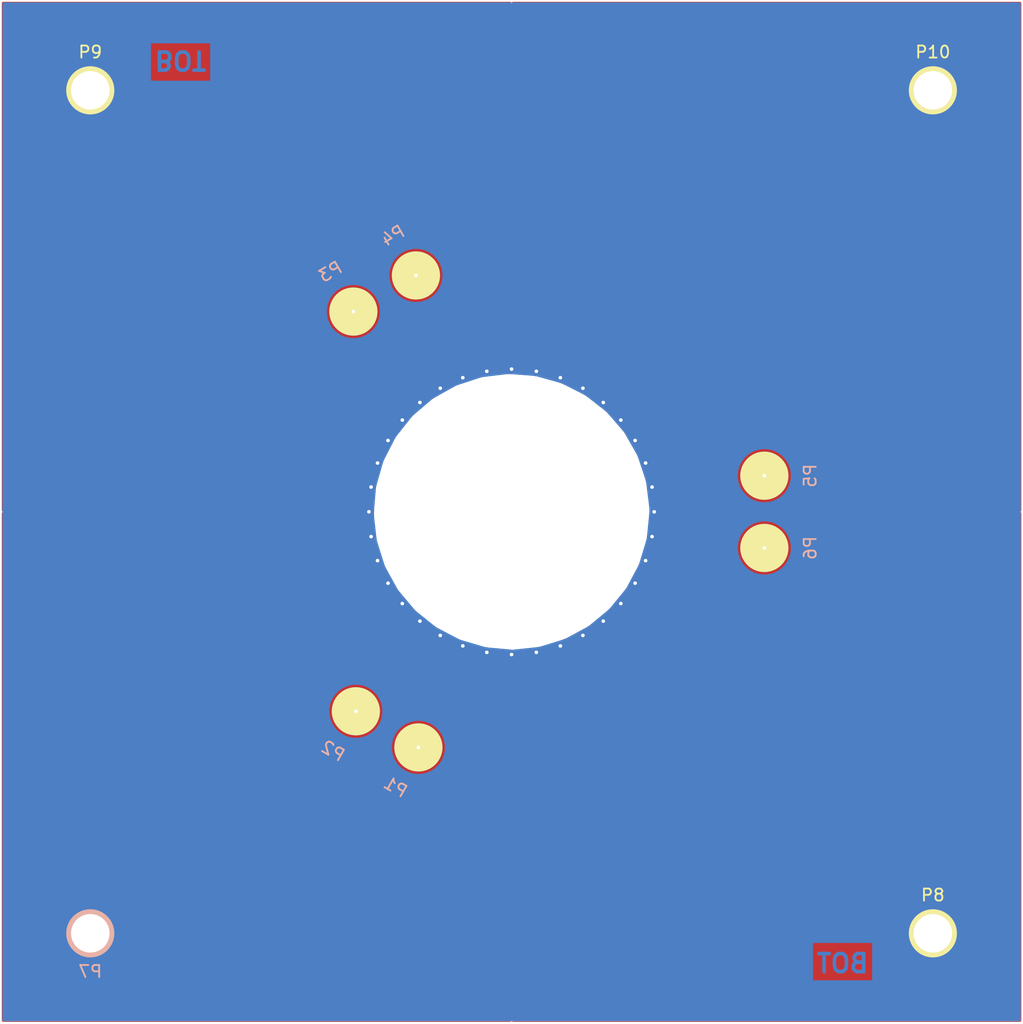
<source format=kicad_pcb>
(kicad_pcb (version 4) (host pcbnew 4.0.2-stable)

  (general
    (links 3)
    (no_connects 0)
    (area 57.499499 57.499499 142.500501 142.500501)
    (thickness 1.6)
    (drawings 14)
    (tracks 255)
    (zones 0)
    (modules 10)
    (nets 8)
  )

  (page A4)
  (layers
    (0 F.Cu signal)
    (31 B.Cu signal)
    (32 B.Adhes user)
    (33 F.Adhes user)
    (34 B.Paste user)
    (35 F.Paste user)
    (36 B.SilkS user)
    (37 F.SilkS user)
    (38 B.Mask user)
    (39 F.Mask user)
    (40 Dwgs.User user)
    (41 Cmts.User user)
    (42 Eco1.User user)
    (43 Eco2.User user)
    (44 Edge.Cuts user)
    (45 Margin user)
    (46 B.CrtYd user)
    (47 F.CrtYd user)
    (48 B.Fab user)
    (49 F.Fab user)
  )

  (setup
    (last_trace_width 0.3)
    (user_trace_width 0.25)
    (user_trace_width 0.3)
    (user_trace_width 0.4)
    (user_trace_width 0.5)
    (user_trace_width 2)
    (trace_clearance 0.2)
    (zone_clearance 0.2)
    (zone_45_only yes)
    (trace_min 0.25)
    (segment_width 0.2)
    (edge_width 0.15)
    (via_size 1.5)
    (via_drill 0.2)
    (via_min_size 0.6)
    (via_min_drill 0.2)
    (user_via 1.5 0.3)
    (blind_buried_vias_allowed yes)
    (uvia_size 0.3)
    (uvia_drill 0.1)
    (uvias_allowed no)
    (uvia_min_size 0.2)
    (uvia_min_drill 0.1)
    (pcb_text_width 0.3)
    (pcb_text_size 1.5 1.5)
    (mod_edge_width 0.15)
    (mod_text_size 1 1)
    (mod_text_width 0.15)
    (pad_size 1 1)
    (pad_drill 0)
    (pad_to_mask_clearance 0.062)
    (solder_mask_min_width 0.125)
    (aux_axis_origin 0 0)
    (grid_origin 100 100)
    (visible_elements FFFFFF7F)
    (pcbplotparams
      (layerselection 0x010c0_80000001)
      (usegerberextensions true)
      (excludeedgelayer true)
      (linewidth 0.100000)
      (plotframeref false)
      (viasonmask false)
      (mode 1)
      (useauxorigin false)
      (hpglpennumber 1)
      (hpglpenspeed 20)
      (hpglpendiameter 15)
      (hpglpenoverlay 2)
      (psnegative false)
      (psa4output false)
      (plotreference true)
      (plotvalue false)
      (plotinvisibletext false)
      (padsonsilk false)
      (subtractmaskfromsilk false)
      (outputformat 1)
      (mirror false)
      (drillshape 0)
      (scaleselection 1)
      (outputdirectory gerber))
  )

  (net 0 "")
  (net 1 GND)
  (net 2 /SENSOR1)
  (net 3 /SENSOR2)
  (net 4 /SENSOR3)
  (net 5 /SENSOR4)
  (net 6 /SENSOR5)
  (net 7 /SENSOR6)

  (net_class Default "This is the default net class."
    (clearance 0.2)
    (trace_width 0.3)
    (via_dia 1.5)
    (via_drill 0.2)
    (uvia_dia 0.3)
    (uvia_drill 0.1)
    (add_net /SENSOR1)
    (add_net /SENSOR2)
    (add_net /SENSOR3)
    (add_net /SENSOR4)
    (add_net /SENSOR5)
    (add_net /SENSOR6)
    (add_net GND)
  )

  (module SCUBE:plate_hole (layer F.Cu) (tedit 57AD9F33) (tstamp 57ADA3FB)
    (at 92.25833 119.562178 150)
    (path /57ADA033)
    (fp_text reference P1 (at 0 -3.81 150) (layer B.SilkS)
      (effects (font (size 1 1) (thickness 0.15)) (justify mirror))
    )
    (fp_text value CONN_01X01 (at 0 -5.08 150) (layer B.Fab)
      (effects (font (size 1 1) (thickness 0.15)) (justify mirror))
    )
    (pad 1 thru_hole circle (at 0 0 150) (size 4 4) (drill 0.3) (layers *.Cu F.SilkS B.Mask)
      (net 2 /SENSOR1))
  )

  (module SCUBE:plate_hole (layer F.Cu) (tedit 57AD9F33) (tstamp 57ADA400)
    (at 87.062178 116.562178 150)
    (path /57ADA08D)
    (fp_text reference P2 (at 0 -3.81 150) (layer B.SilkS)
      (effects (font (size 1 1) (thickness 0.15)) (justify mirror))
    )
    (fp_text value CONN_01X01 (at 0 -5.08 150) (layer B.Fab)
      (effects (font (size 1 1) (thickness 0.15)) (justify mirror))
    )
    (pad 1 thru_hole circle (at 0 0 150) (size 4 4) (drill 0.3) (layers *.Cu F.SilkS B.Mask)
      (net 3 /SENSOR2))
  )

  (module SCUBE:plate_hole (layer F.Cu) (tedit 57AD9F33) (tstamp 57ADA405)
    (at 86.857695 83.370835 30)
    (path /57ADA0AB)
    (fp_text reference P3 (at 0 -3.81 30) (layer B.SilkS)
      (effects (font (size 1 1) (thickness 0.15)) (justify mirror))
    )
    (fp_text value CONN_01X01 (at 0 -5.08 30) (layer B.Fab)
      (effects (font (size 1 1) (thickness 0.15)) (justify mirror))
    )
    (pad 1 thru_hole circle (at 0 0 30) (size 4 4) (drill 0.3) (layers *.Cu F.SilkS B.Mask)
      (net 4 /SENSOR3))
  )

  (module SCUBE:plate_hole (layer F.Cu) (tedit 57AD9F33) (tstamp 57ADA40A)
    (at 92.053848 80.370835 30)
    (path /57ADA0DC)
    (fp_text reference P4 (at 0 -3.81 30) (layer B.SilkS)
      (effects (font (size 1 1) (thickness 0.15)) (justify mirror))
    )
    (fp_text value CONN_01X01 (at 0 -5.08 30) (layer B.Fab)
      (effects (font (size 1 1) (thickness 0.15)) (justify mirror))
    )
    (pad 1 thru_hole circle (at 0 0 30) (size 4 4) (drill 0.3) (layers *.Cu F.SilkS B.Mask)
      (net 5 /SENSOR4))
  )

  (module SCUBE:plate_hole (layer F.Cu) (tedit 57AD9F33) (tstamp 57ADA40F)
    (at 121 97 270)
    (path /57ADA0F8)
    (fp_text reference P5 (at 0 -3.81 270) (layer B.SilkS)
      (effects (font (size 1 1) (thickness 0.15)) (justify mirror))
    )
    (fp_text value CONN_01X01 (at 0 -5.08 270) (layer B.Fab)
      (effects (font (size 1 1) (thickness 0.15)) (justify mirror))
    )
    (pad 1 thru_hole circle (at 0 0 270) (size 4 4) (drill 0.3) (layers *.Cu F.SilkS B.Mask)
      (net 6 /SENSOR5))
  )

  (module SCUBE:plate_hole (layer F.Cu) (tedit 57AD9F33) (tstamp 57ADA414)
    (at 121 103 270)
    (path /57ADA131)
    (fp_text reference P6 (at 0 -3.81 270) (layer B.SilkS)
      (effects (font (size 1 1) (thickness 0.15)) (justify mirror))
    )
    (fp_text value CONN_01X01 (at 0 -5.08 270) (layer B.Fab)
      (effects (font (size 1 1) (thickness 0.15)) (justify mirror))
    )
    (pad 1 thru_hole circle (at 0 0 270) (size 4 4) (drill 0.3) (layers *.Cu F.SilkS B.Mask)
      (net 7 /SENSOR6))
  )

  (module SCUBE:M3_PTH (layer B.Cu) (tedit 57ADC4E8) (tstamp 57ADC925)
    (at 65 135)
    (path /57ADA50A)
    (fp_text reference P7 (at 0 3.175) (layer B.SilkS)
      (effects (font (size 1 1) (thickness 0.15)) (justify mirror))
    )
    (fp_text value M3 (at 0 4.445) (layer B.Fab)
      (effects (font (size 1 1) (thickness 0.15)) (justify mirror))
    )
    (pad 1 thru_hole circle (at 0 0) (size 4 4) (drill 3.2) (layers *.Cu *.Mask B.SilkS)
      (net 1 GND))
  )

  (module SCUBE:M3_PTH (layer F.Cu) (tedit 57ADC4E8) (tstamp 57ADC92D)
    (at 135 135)
    (path /57ADC6AB)
    (fp_text reference P8 (at 0 -3.175) (layer F.SilkS)
      (effects (font (size 1 1) (thickness 0.15)))
    )
    (fp_text value M3 (at 0 -4.445) (layer F.Fab)
      (effects (font (size 1 1) (thickness 0.15)))
    )
    (pad 1 thru_hole circle (at 0 0) (size 4 4) (drill 3.2) (layers *.Cu *.Mask F.SilkS)
      (net 1 GND))
  )

  (module SCUBE:M3_PTH (layer F.Cu) (tedit 57ADC4E8) (tstamp 57ADC932)
    (at 65 65)
    (path /57ADC6D7)
    (fp_text reference P9 (at 0 -3.175) (layer F.SilkS)
      (effects (font (size 1 1) (thickness 0.15)))
    )
    (fp_text value M3 (at 0 -4.445) (layer F.Fab)
      (effects (font (size 1 1) (thickness 0.15)))
    )
    (pad 1 thru_hole circle (at 0 0) (size 4 4) (drill 3.2) (layers *.Cu *.Mask F.SilkS)
      (net 1 GND))
  )

  (module SCUBE:M3_PTH (layer F.Cu) (tedit 57ADC4E8) (tstamp 57ADC937)
    (at 135 65)
    (path /57ADC718)
    (fp_text reference P10 (at 0 -3.175) (layer F.SilkS)
      (effects (font (size 1 1) (thickness 0.15)))
    )
    (fp_text value M3 (at 0 -4.445) (layer F.Fab)
      (effects (font (size 1 1) (thickness 0.15)))
    )
    (pad 1 thru_hole circle (at 0 0) (size 4 4) (drill 3.2) (layers *.Cu *.Mask F.SilkS)
      (net 1 GND))
  )

  (gr_text BOT (at 72.5 62.5 180) (layer B.Cu) (tstamp 57ADABFA)
    (effects (font (size 1.5 1.5) (thickness 0.3)) (justify mirror))
  )
  (gr_text TOP (at 65 60 180) (layer F.Cu) (tstamp 57ADABF9)
    (effects (font (size 1.5 1.5) (thickness 0.3)))
  )
  (gr_text 3 (at 66.5 60 180) (layer In2.Cu) (tstamp 578FAAFE)
    (effects (font (size 1.5 1.5) (thickness 0.3)))
  )
  (gr_text 2 (at 68.5 60 180) (layer In1.Cu) (tstamp 578FAAFD)
    (effects (font (size 1.5 1.5) (thickness 0.3)))
  )
  (gr_text BOT (at 127.5 137.5) (layer B.Cu)
    (effects (font (size 1.5 1.5) (thickness 0.3)) (justify mirror))
  )
  (gr_text 3 (at 133.5 140) (layer In2.Cu)
    (effects (font (size 1.5 1.5) (thickness 0.3)))
  )
  (gr_text 2 (at 131.5 140) (layer In1.Cu)
    (effects (font (size 1.5 1.5) (thickness 0.3)))
  )
  (gr_text TOP (at 135 140) (layer F.Cu)
    (effects (font (size 1.5 1.5) (thickness 0.3)))
  )
  (gr_circle (center 100 100) (end 111.25 100) (layer B.Mask) (width 3))
  (gr_circle (center 100 100) (end 111.25 100) (layer Edge.Cuts) (width 0.001))
  (gr_line (start 57.5 142.5) (end 57.5 57.5) (layer Edge.Cuts) (width 0.001))
  (gr_line (start 142.5 142.5) (end 57.5 142.5) (layer Edge.Cuts) (width 0.001))
  (gr_line (start 142.5 57.5) (end 142.5 142.5) (layer Edge.Cuts) (width 0.001))
  (gr_line (start 57.5 57.5) (end 142.5 57.5) (layer Edge.Cuts) (width 0.001))

  (segment (start 114 100) (end 111.9 100) (width 0.3) (layer B.Cu) (net 1))
  (segment (start 114 114) (end 114 100) (width 0.3) (layer B.Cu) (net 1))
  (segment (start 135 135) (end 114 114) (width 0.3) (layer B.Cu) (net 1))
  (via (at 111.85 100) (size 0.6) (drill 0.3) (layers F.Cu B.Cu) (net 1))
  (segment (start 111.85 100) (end 111.844987 100.344654) (width 0.8) (layer F.Cu) (net 1))
  (segment (start 111.844987 100.344654) (end 111.829952 100.689016) (width 0.8) (layer F.Cu) (net 1))
  (segment (start 111.829952 100.689016) (end 111.804907 101.032796) (width 0.8) (layer F.Cu) (net 1))
  (segment (start 111.804907 101.032796) (end 111.769875 101.375701) (width 0.8) (layer F.Cu) (net 1))
  (segment (start 111.769875 101.375701) (end 111.724883 101.717443) (width 0.8) (layer F.Cu) (net 1))
  (segment (start 111.724883 101.717443) (end 111.669972 102.057731) (width 0.8) (layer F.Cu) (net 1))
  (via (at 111.669972 102.057731) (size 0.6) (drill 0.3) (layers F.Cu B.Cu) (net 1))
  (segment (start 111.669972 102.057731) (end 111.605186 102.396278) (width 0.8) (layer F.Cu) (net 1))
  (segment (start 111.605186 102.396278) (end 111.530582 102.732798) (width 0.8) (layer F.Cu) (net 1))
  (segment (start 111.530582 102.732798) (end 111.446221 103.067006) (width 0.8) (layer F.Cu) (net 1))
  (segment (start 111.446221 103.067006) (end 111.352176 103.398618) (width 0.8) (layer F.Cu) (net 1))
  (segment (start 111.352176 103.398618) (end 111.248525 103.727355) (width 0.8) (layer F.Cu) (net 1))
  (segment (start 111.248525 103.727355) (end 111.135358 104.052939) (width 0.8) (layer F.Cu) (net 1))
  (via (at 111.135358 104.052939) (size 0.6) (drill 0.3) (layers F.Cu B.Cu) (net 1))
  (segment (start 111.135358 104.052939) (end 111.012768 104.375093) (width 0.8) (layer F.Cu) (net 1))
  (segment (start 111.012768 104.375093) (end 110.880861 104.693545) (width 0.8) (layer F.Cu) (net 1))
  (segment (start 110.880861 104.693545) (end 110.739747 105.008026) (width 0.8) (layer F.Cu) (net 1))
  (segment (start 110.739747 105.008026) (end 110.589547 105.31827) (width 0.8) (layer F.Cu) (net 1))
  (segment (start 110.589547 105.31827) (end 110.430386 105.624014) (width 0.8) (layer F.Cu) (net 1))
  (segment (start 110.430386 105.624014) (end 110.262401 105.925) (width 0.8) (layer F.Cu) (net 1))
  (via (at 110.262401 105.925) (size 0.6) (drill 0.3) (layers F.Cu B.Cu) (net 1))
  (segment (start 110.262401 105.925) (end 110.085733 106.220972) (width 0.8) (layer F.Cu) (net 1))
  (segment (start 110.085733 106.220972) (end 109.900531 106.511681) (width 0.8) (layer F.Cu) (net 1))
  (segment (start 109.900531 106.511681) (end 109.706952 106.796881) (width 0.8) (layer F.Cu) (net 1))
  (segment (start 109.706952 106.796881) (end 109.50516 107.076329) (width 0.8) (layer F.Cu) (net 1))
  (segment (start 109.50516 107.076329) (end 109.295326 107.349791) (width 0.8) (layer F.Cu) (net 1))
  (segment (start 109.295326 107.349791) (end 109.077627 107.617033) (width 0.8) (layer F.Cu) (net 1))
  (via (at 109.077627 107.617033) (size 0.6) (drill 0.3) (layers F.Cu B.Cu) (net 1))
  (segment (start 109.077627 107.617033) (end 108.852247 107.877831) (width 0.8) (layer F.Cu) (net 1))
  (segment (start 108.852247 107.877831) (end 108.619378 108.131963) (width 0.8) (layer F.Cu) (net 1))
  (segment (start 108.619378 108.131963) (end 108.379215 108.379215) (width 0.8) (layer F.Cu) (net 1))
  (segment (start 108.379215 108.379215) (end 108.131963 108.619378) (width 0.8) (layer F.Cu) (net 1))
  (segment (start 108.131963 108.619378) (end 107.877831 108.852247) (width 0.8) (layer F.Cu) (net 1))
  (segment (start 107.877831 108.852247) (end 107.617033 109.077627) (width 0.8) (layer F.Cu) (net 1))
  (via (at 107.617033 109.077627) (size 0.6) (drill 0.3) (layers F.Cu B.Cu) (net 1))
  (segment (start 107.617033 109.077627) (end 107.349791 109.295326) (width 0.8) (layer F.Cu) (net 1))
  (segment (start 107.349791 109.295326) (end 107.076329 109.50516) (width 0.8) (layer F.Cu) (net 1))
  (segment (start 107.076329 109.50516) (end 106.796881 109.706952) (width 0.8) (layer F.Cu) (net 1))
  (segment (start 106.796881 109.706952) (end 106.511681 109.900531) (width 0.8) (layer F.Cu) (net 1))
  (segment (start 106.511681 109.900531) (end 106.220972 110.085733) (width 0.8) (layer F.Cu) (net 1))
  (segment (start 106.220972 110.085733) (end 105.925 110.262401) (width 0.8) (layer F.Cu) (net 1))
  (via (at 105.925 110.262401) (size 0.6) (drill 0.3) (layers F.Cu B.Cu) (net 1))
  (segment (start 105.925 110.262401) (end 105.624014 110.430386) (width 0.8) (layer F.Cu) (net 1))
  (segment (start 105.624014 110.430386) (end 105.31827 110.589547) (width 0.8) (layer F.Cu) (net 1))
  (segment (start 105.31827 110.589547) (end 105.008026 110.739747) (width 0.8) (layer F.Cu) (net 1))
  (segment (start 105.008026 110.739747) (end 104.693545 110.880861) (width 0.8) (layer F.Cu) (net 1))
  (segment (start 104.693545 110.880861) (end 104.375093 111.012768) (width 0.8) (layer F.Cu) (net 1))
  (segment (start 104.375093 111.012768) (end 104.052939 111.135358) (width 0.8) (layer F.Cu) (net 1))
  (via (at 104.052939 111.135358) (size 0.6) (drill 0.3) (layers F.Cu B.Cu) (net 1))
  (segment (start 104.052939 111.135358) (end 103.727355 111.248525) (width 0.8) (layer F.Cu) (net 1))
  (segment (start 103.727355 111.248525) (end 103.398618 111.352176) (width 0.8) (layer F.Cu) (net 1))
  (segment (start 103.398618 111.352176) (end 103.067006 111.446221) (width 0.8) (layer F.Cu) (net 1))
  (segment (start 103.067006 111.446221) (end 102.732798 111.530582) (width 0.8) (layer F.Cu) (net 1))
  (segment (start 102.732798 111.530582) (end 102.396278 111.605186) (width 0.8) (layer F.Cu) (net 1))
  (segment (start 102.396278 111.605186) (end 102.057731 111.669972) (width 0.8) (layer F.Cu) (net 1))
  (via (at 102.057731 111.669972) (size 0.6) (drill 0.3) (layers F.Cu B.Cu) (net 1))
  (segment (start 102.057731 111.669972) (end 101.717443 111.724883) (width 0.8) (layer F.Cu) (net 1))
  (segment (start 101.717443 111.724883) (end 101.375701 111.769875) (width 0.8) (layer F.Cu) (net 1))
  (segment (start 101.375701 111.769875) (end 101.032796 111.804907) (width 0.8) (layer F.Cu) (net 1))
  (segment (start 101.032796 111.804907) (end 100.689016 111.829952) (width 0.8) (layer F.Cu) (net 1))
  (segment (start 100.689016 111.829952) (end 100.344654 111.844987) (width 0.8) (layer F.Cu) (net 1))
  (segment (start 100.344654 111.844987) (end 100 111.85) (width 0.8) (layer F.Cu) (net 1))
  (via (at 100 111.85) (size 0.6) (drill 0.3) (layers F.Cu B.Cu) (net 1))
  (segment (start 100 111.85) (end 99.655346 111.844987) (width 0.8) (layer F.Cu) (net 1))
  (segment (start 99.655346 111.844987) (end 99.310984 111.829952) (width 0.8) (layer F.Cu) (net 1))
  (segment (start 99.310984 111.829952) (end 98.967204 111.804907) (width 0.8) (layer F.Cu) (net 1))
  (segment (start 98.967204 111.804907) (end 98.624299 111.769875) (width 0.8) (layer F.Cu) (net 1))
  (segment (start 98.624299 111.769875) (end 98.282557 111.724883) (width 0.8) (layer F.Cu) (net 1))
  (segment (start 98.282557 111.724883) (end 97.942269 111.669972) (width 0.8) (layer F.Cu) (net 1))
  (via (at 97.942269 111.669972) (size 0.6) (drill 0.3) (layers F.Cu B.Cu) (net 1))
  (segment (start 97.942269 111.669972) (end 97.603722 111.605186) (width 0.8) (layer F.Cu) (net 1))
  (segment (start 97.603722 111.605186) (end 97.267202 111.530582) (width 0.8) (layer F.Cu) (net 1))
  (segment (start 97.267202 111.530582) (end 96.932994 111.446221) (width 0.8) (layer F.Cu) (net 1))
  (segment (start 96.932994 111.446221) (end 96.601382 111.352176) (width 0.8) (layer F.Cu) (net 1))
  (segment (start 96.601382 111.352176) (end 96.272645 111.248525) (width 0.8) (layer F.Cu) (net 1))
  (segment (start 96.272645 111.248525) (end 95.947061 111.135358) (width 0.8) (layer F.Cu) (net 1))
  (via (at 95.947061 111.135358) (size 0.6) (drill 0.3) (layers F.Cu B.Cu) (net 1))
  (segment (start 95.947061 111.135358) (end 95.624907 111.012768) (width 0.8) (layer F.Cu) (net 1))
  (segment (start 95.624907 111.012768) (end 95.306455 110.880861) (width 0.8) (layer F.Cu) (net 1))
  (segment (start 95.306455 110.880861) (end 94.991974 110.739747) (width 0.8) (layer F.Cu) (net 1))
  (segment (start 94.991974 110.739747) (end 94.68173 110.589547) (width 0.8) (layer F.Cu) (net 1))
  (segment (start 94.68173 110.589547) (end 94.375986 110.430386) (width 0.8) (layer F.Cu) (net 1))
  (segment (start 94.375986 110.430386) (end 94.075 110.262401) (width 0.8) (layer F.Cu) (net 1))
  (via (at 94.075 110.262401) (size 0.6) (drill 0.3) (layers F.Cu B.Cu) (net 1))
  (segment (start 94.075 110.262401) (end 93.779028 110.085733) (width 0.8) (layer F.Cu) (net 1))
  (segment (start 93.779028 110.085733) (end 93.488319 109.900531) (width 0.8) (layer F.Cu) (net 1))
  (segment (start 93.488319 109.900531) (end 93.203119 109.706952) (width 0.8) (layer F.Cu) (net 1))
  (segment (start 93.203119 109.706952) (end 92.923671 109.50516) (width 0.8) (layer F.Cu) (net 1))
  (segment (start 92.923671 109.50516) (end 92.650209 109.295326) (width 0.8) (layer F.Cu) (net 1))
  (segment (start 92.650209 109.295326) (end 92.382967 109.077627) (width 0.8) (layer F.Cu) (net 1))
  (via (at 92.382967 109.077627) (size 0.6) (drill 0.3) (layers F.Cu B.Cu) (net 1))
  (segment (start 92.382967 109.077627) (end 92.122169 108.852247) (width 0.8) (layer F.Cu) (net 1))
  (segment (start 92.122169 108.852247) (end 91.868037 108.619378) (width 0.8) (layer F.Cu) (net 1))
  (segment (start 91.868037 108.619378) (end 91.620785 108.379215) (width 0.8) (layer F.Cu) (net 1))
  (segment (start 91.620785 108.379215) (end 91.380622 108.131963) (width 0.8) (layer F.Cu) (net 1))
  (segment (start 91.380622 108.131963) (end 91.147753 107.877831) (width 0.8) (layer F.Cu) (net 1))
  (segment (start 91.147753 107.877831) (end 90.922373 107.617033) (width 0.8) (layer F.Cu) (net 1))
  (via (at 90.922373 107.617033) (size 0.6) (drill 0.3) (layers F.Cu B.Cu) (net 1))
  (segment (start 90.922373 107.617033) (end 90.704674 107.349791) (width 0.8) (layer F.Cu) (net 1))
  (segment (start 90.704674 107.349791) (end 90.49484 107.076329) (width 0.8) (layer F.Cu) (net 1))
  (segment (start 90.49484 107.076329) (end 90.293048 106.796881) (width 0.8) (layer F.Cu) (net 1))
  (segment (start 90.293048 106.796881) (end 90.099469 106.511681) (width 0.8) (layer F.Cu) (net 1))
  (segment (start 90.099469 106.511681) (end 89.914267 106.220972) (width 0.8) (layer F.Cu) (net 1))
  (segment (start 89.914267 106.220972) (end 89.737599 105.925) (width 0.8) (layer F.Cu) (net 1))
  (via (at 89.737599 105.925) (size 0.6) (drill 0.3) (layers F.Cu B.Cu) (net 1))
  (segment (start 89.737599 105.925) (end 89.569614 105.624014) (width 0.8) (layer F.Cu) (net 1))
  (segment (start 89.569614 105.624014) (end 89.410453 105.31827) (width 0.8) (layer F.Cu) (net 1))
  (segment (start 89.410453 105.31827) (end 89.260253 105.008026) (width 0.8) (layer F.Cu) (net 1))
  (segment (start 89.260253 105.008026) (end 89.119139 104.693545) (width 0.8) (layer F.Cu) (net 1))
  (segment (start 89.119139 104.693545) (end 88.987232 104.375093) (width 0.8) (layer F.Cu) (net 1))
  (segment (start 88.987232 104.375093) (end 88.864642 104.052939) (width 0.8) (layer F.Cu) (net 1))
  (via (at 88.864642 104.052939) (size 0.6) (drill 0.3) (layers F.Cu B.Cu) (net 1))
  (segment (start 88.864642 104.052939) (end 88.751475 103.727355) (width 0.8) (layer F.Cu) (net 1))
  (segment (start 88.751475 103.727355) (end 88.647824 103.398618) (width 0.8) (layer F.Cu) (net 1))
  (segment (start 88.647824 103.398618) (end 88.553779 103.067006) (width 0.8) (layer F.Cu) (net 1))
  (segment (start 88.553779 103.067006) (end 88.469418 102.732798) (width 0.8) (layer F.Cu) (net 1))
  (segment (start 88.469418 102.732798) (end 88.394814 102.396278) (width 0.8) (layer F.Cu) (net 1))
  (segment (start 88.394814 102.396278) (end 88.330028 102.057731) (width 0.8) (layer F.Cu) (net 1))
  (via (at 88.330028 102.057731) (size 0.6) (drill 0.3) (layers F.Cu B.Cu) (net 1))
  (segment (start 88.330028 102.057731) (end 88.275117 101.717443) (width 0.8) (layer F.Cu) (net 1))
  (segment (start 88.275117 101.717443) (end 88.230125 101.375701) (width 0.8) (layer F.Cu) (net 1))
  (segment (start 88.230125 101.375701) (end 88.195093 101.032796) (width 0.8) (layer F.Cu) (net 1))
  (segment (start 88.195093 101.032796) (end 88.170048 100.689016) (width 0.8) (layer F.Cu) (net 1))
  (segment (start 88.170048 100.689016) (end 88.155013 100.344654) (width 0.8) (layer F.Cu) (net 1))
  (segment (start 88.155013 100.344654) (end 88.15 100) (width 0.8) (layer F.Cu) (net 1))
  (via (at 88.15 100) (size 0.6) (drill 0.3) (layers F.Cu B.Cu) (net 1))
  (segment (start 88.15 100) (end 88.155013 99.655346) (width 0.8) (layer F.Cu) (net 1))
  (segment (start 88.155013 99.655346) (end 88.170048 99.310984) (width 0.8) (layer F.Cu) (net 1))
  (segment (start 88.170048 99.310984) (end 88.195093 98.967204) (width 0.8) (layer F.Cu) (net 1))
  (segment (start 88.195093 98.967204) (end 88.230125 98.624299) (width 0.8) (layer F.Cu) (net 1))
  (segment (start 88.230125 98.624299) (end 88.275117 98.282557) (width 0.8) (layer F.Cu) (net 1))
  (segment (start 88.275117 98.282557) (end 88.330028 97.942269) (width 0.8) (layer F.Cu) (net 1))
  (via (at 88.330028 97.942269) (size 0.6) (drill 0.3) (layers F.Cu B.Cu) (net 1))
  (segment (start 88.330028 97.942269) (end 88.394814 97.603722) (width 0.8) (layer F.Cu) (net 1))
  (segment (start 88.394814 97.603722) (end 88.469418 97.267202) (width 0.8) (layer F.Cu) (net 1))
  (segment (start 88.469418 97.267202) (end 88.553779 96.932994) (width 0.8) (layer F.Cu) (net 1))
  (segment (start 88.553779 96.932994) (end 88.647824 96.601382) (width 0.8) (layer F.Cu) (net 1))
  (segment (start 88.647824 96.601382) (end 88.751475 96.272645) (width 0.8) (layer F.Cu) (net 1))
  (segment (start 88.751475 96.272645) (end 88.864642 95.947061) (width 0.8) (layer F.Cu) (net 1))
  (via (at 88.864642 95.947061) (size 0.6) (drill 0.3) (layers F.Cu B.Cu) (net 1))
  (segment (start 88.864642 95.947061) (end 88.987232 95.624907) (width 0.8) (layer F.Cu) (net 1))
  (segment (start 88.987232 95.624907) (end 89.119139 95.306455) (width 0.8) (layer F.Cu) (net 1))
  (segment (start 89.119139 95.306455) (end 89.260253 94.991974) (width 0.8) (layer F.Cu) (net 1))
  (segment (start 89.260253 94.991974) (end 89.410453 94.68173) (width 0.8) (layer F.Cu) (net 1))
  (segment (start 89.410453 94.68173) (end 89.569614 94.375986) (width 0.8) (layer F.Cu) (net 1))
  (segment (start 89.569614 94.375986) (end 89.737599 94.075) (width 0.8) (layer F.Cu) (net 1))
  (via (at 89.737599 94.075) (size 0.6) (drill 0.3) (layers F.Cu B.Cu) (net 1))
  (segment (start 89.737599 94.075) (end 89.914267 93.779028) (width 0.8) (layer F.Cu) (net 1))
  (segment (start 89.914267 93.779028) (end 90.099469 93.488319) (width 0.8) (layer F.Cu) (net 1))
  (segment (start 90.099469 93.488319) (end 90.293048 93.203119) (width 0.8) (layer F.Cu) (net 1))
  (segment (start 90.293048 93.203119) (end 90.49484 92.923671) (width 0.8) (layer F.Cu) (net 1))
  (segment (start 90.49484 92.923671) (end 90.704674 92.650209) (width 0.8) (layer F.Cu) (net 1))
  (segment (start 90.704674 92.650209) (end 90.922373 92.382967) (width 0.8) (layer F.Cu) (net 1))
  (via (at 90.922373 92.382967) (size 0.6) (drill 0.3) (layers F.Cu B.Cu) (net 1))
  (segment (start 90.922373 92.382967) (end 91.147753 92.122169) (width 0.8) (layer F.Cu) (net 1))
  (segment (start 91.147753 92.122169) (end 91.380622 91.868037) (width 0.8) (layer F.Cu) (net 1))
  (segment (start 91.380622 91.868037) (end 91.620785 91.620785) (width 0.8) (layer F.Cu) (net 1))
  (segment (start 91.620785 91.620785) (end 91.868037 91.380622) (width 0.8) (layer F.Cu) (net 1))
  (segment (start 91.868037 91.380622) (end 92.122169 91.147753) (width 0.8) (layer F.Cu) (net 1))
  (segment (start 92.122169 91.147753) (end 92.382967 90.922373) (width 0.8) (layer F.Cu) (net 1))
  (via (at 92.382967 90.922373) (size 0.6) (drill 0.3) (layers F.Cu B.Cu) (net 1))
  (segment (start 92.382967 90.922373) (end 92.650209 90.704674) (width 0.8) (layer F.Cu) (net 1))
  (segment (start 92.650209 90.704674) (end 92.923671 90.49484) (width 0.8) (layer F.Cu) (net 1))
  (segment (start 92.923671 90.49484) (end 93.203119 90.293048) (width 0.8) (layer F.Cu) (net 1))
  (segment (start 93.203119 90.293048) (end 93.488319 90.099469) (width 0.8) (layer F.Cu) (net 1))
  (segment (start 93.488319 90.099469) (end 93.779028 89.914267) (width 0.8) (layer F.Cu) (net 1))
  (segment (start 93.779028 89.914267) (end 94.075 89.737599) (width 0.8) (layer F.Cu) (net 1))
  (via (at 94.075 89.737599) (size 0.6) (drill 0.3) (layers F.Cu B.Cu) (net 1))
  (segment (start 94.075 89.737599) (end 94.375986 89.569614) (width 0.8) (layer F.Cu) (net 1))
  (segment (start 94.375986 89.569614) (end 94.68173 89.410453) (width 0.8) (layer F.Cu) (net 1))
  (segment (start 94.68173 89.410453) (end 94.991974 89.260253) (width 0.8) (layer F.Cu) (net 1))
  (segment (start 94.991974 89.260253) (end 95.306455 89.119139) (width 0.8) (layer F.Cu) (net 1))
  (segment (start 95.306455 89.119139) (end 95.624907 88.987232) (width 0.8) (layer F.Cu) (net 1))
  (segment (start 95.624907 88.987232) (end 95.947061 88.864642) (width 0.8) (layer F.Cu) (net 1))
  (via (at 95.947061 88.864642) (size 0.6) (drill 0.3) (layers F.Cu B.Cu) (net 1))
  (segment (start 95.947061 88.864642) (end 96.272645 88.751475) (width 0.8) (layer F.Cu) (net 1))
  (segment (start 96.272645 88.751475) (end 96.601382 88.647824) (width 0.8) (layer F.Cu) (net 1))
  (segment (start 96.601382 88.647824) (end 96.932994 88.553779) (width 0.8) (layer F.Cu) (net 1))
  (segment (start 96.932994 88.553779) (end 97.267202 88.469418) (width 0.8) (layer F.Cu) (net 1))
  (segment (start 97.267202 88.469418) (end 97.603722 88.394814) (width 0.8) (layer F.Cu) (net 1))
  (segment (start 97.603722 88.394814) (end 97.942269 88.330028) (width 0.8) (layer F.Cu) (net 1))
  (via (at 97.942269 88.330028) (size 0.6) (drill 0.3) (layers F.Cu B.Cu) (net 1))
  (segment (start 97.942269 88.330028) (end 98.282557 88.275117) (width 0.8) (layer F.Cu) (net 1))
  (segment (start 98.282557 88.275117) (end 98.624299 88.230125) (width 0.8) (layer F.Cu) (net 1))
  (segment (start 98.624299 88.230125) (end 98.967204 88.195093) (width 0.8) (layer F.Cu) (net 1))
  (segment (start 98.967204 88.195093) (end 99.310984 88.170048) (width 0.8) (layer F.Cu) (net 1))
  (segment (start 99.310984 88.170048) (end 99.655346 88.155013) (width 0.8) (layer F.Cu) (net 1))
  (segment (start 99.655346 88.155013) (end 100 88.15) (width 0.8) (layer F.Cu) (net 1))
  (via (at 100 88.15) (size 0.6) (drill 0.3) (layers F.Cu B.Cu) (net 1))
  (segment (start 100 88.15) (end 100.344654 88.155013) (width 0.8) (layer F.Cu) (net 1))
  (segment (start 100.344654 88.155013) (end 100.689016 88.170048) (width 0.8) (layer F.Cu) (net 1))
  (segment (start 100.689016 88.170048) (end 101.032796 88.195093) (width 0.8) (layer F.Cu) (net 1))
  (segment (start 101.032796 88.195093) (end 101.375701 88.230125) (width 0.8) (layer F.Cu) (net 1))
  (segment (start 101.375701 88.230125) (end 101.717443 88.275117) (width 0.8) (layer F.Cu) (net 1))
  (segment (start 101.717443 88.275117) (end 102.057731 88.330028) (width 0.8) (layer F.Cu) (net 1))
  (via (at 102.057731 88.330028) (size 0.6) (drill 0.3) (layers F.Cu B.Cu) (net 1))
  (segment (start 102.057731 88.330028) (end 102.396278 88.394814) (width 0.8) (layer F.Cu) (net 1))
  (segment (start 102.396278 88.394814) (end 102.732798 88.469418) (width 0.8) (layer F.Cu) (net 1))
  (segment (start 102.732798 88.469418) (end 103.067006 88.553779) (width 0.8) (layer F.Cu) (net 1))
  (segment (start 103.067006 88.553779) (end 103.398618 88.647824) (width 0.8) (layer F.Cu) (net 1))
  (segment (start 103.398618 88.647824) (end 103.727355 88.751475) (width 0.8) (layer F.Cu) (net 1))
  (segment (start 103.727355 88.751475) (end 104.052939 88.864642) (width 0.8) (layer F.Cu) (net 1))
  (via (at 104.052939 88.864642) (size 0.6) (drill 0.3) (layers F.Cu B.Cu) (net 1))
  (segment (start 104.052939 88.864642) (end 104.375093 88.987232) (width 0.8) (layer F.Cu) (net 1))
  (segment (start 104.375093 88.987232) (end 104.693545 89.119139) (width 0.8) (layer F.Cu) (net 1))
  (segment (start 104.693545 89.119139) (end 105.008026 89.260253) (width 0.8) (layer F.Cu) (net 1))
  (segment (start 105.008026 89.260253) (end 105.31827 89.410453) (width 0.8) (layer F.Cu) (net 1))
  (segment (start 105.31827 89.410453) (end 105.624014 89.569614) (width 0.8) (layer F.Cu) (net 1))
  (segment (start 105.624014 89.569614) (end 105.925 89.737599) (width 0.8) (layer F.Cu) (net 1))
  (via (at 105.925 89.737599) (size 0.6) (drill 0.3) (layers F.Cu B.Cu) (net 1))
  (segment (start 105.925 89.737599) (end 106.220972 89.914267) (width 0.8) (layer F.Cu) (net 1))
  (segment (start 106.220972 89.914267) (end 106.511681 90.099469) (width 0.8) (layer F.Cu) (net 1))
  (segment (start 106.511681 90.099469) (end 106.796881 90.293048) (width 0.8) (layer F.Cu) (net 1))
  (segment (start 106.796881 90.293048) (end 107.076329 90.49484) (width 0.8) (layer F.Cu) (net 1))
  (segment (start 107.076329 90.49484) (end 107.349791 90.704674) (width 0.8) (layer F.Cu) (net 1))
  (segment (start 107.349791 90.704674) (end 107.617033 90.922373) (width 0.8) (layer F.Cu) (net 1))
  (via (at 107.617033 90.922373) (size 0.6) (drill 0.3) (layers F.Cu B.Cu) (net 1))
  (segment (start 107.617033 90.922373) (end 107.877831 91.147753) (width 0.8) (layer F.Cu) (net 1))
  (segment (start 107.877831 91.147753) (end 108.131963 91.380622) (width 0.8) (layer F.Cu) (net 1))
  (segment (start 108.131963 91.380622) (end 108.379215 91.620785) (width 0.8) (layer F.Cu) (net 1))
  (segment (start 108.379215 91.620785) (end 108.619378 91.868037) (width 0.8) (layer F.Cu) (net 1))
  (segment (start 108.619378 91.868037) (end 108.852247 92.122169) (width 0.8) (layer F.Cu) (net 1))
  (segment (start 108.852247 92.122169) (end 109.077627 92.382967) (width 0.8) (layer F.Cu) (net 1))
  (via (at 109.077627 92.382967) (size 0.6) (drill 0.3) (layers F.Cu B.Cu) (net 1))
  (segment (start 109.077627 92.382967) (end 109.295326 92.650209) (width 0.8) (layer F.Cu) (net 1))
  (segment (start 109.295326 92.650209) (end 109.50516 92.923671) (width 0.8) (layer F.Cu) (net 1))
  (segment (start 109.50516 92.923671) (end 109.706952 93.203119) (width 0.8) (layer F.Cu) (net 1))
  (segment (start 109.706952 93.203119) (end 109.900531 93.488319) (width 0.8) (layer F.Cu) (net 1))
  (segment (start 109.900531 93.488319) (end 110.085733 93.779028) (width 0.8) (layer F.Cu) (net 1))
  (segment (start 110.085733 93.779028) (end 110.262401 94.075) (width 0.8) (layer F.Cu) (net 1))
  (via (at 110.262401 94.075) (size 0.6) (drill 0.3) (layers F.Cu B.Cu) (net 1))
  (segment (start 110.262401 94.075) (end 110.430386 94.375986) (width 0.8) (layer F.Cu) (net 1))
  (segment (start 110.430386 94.375986) (end 110.589547 94.68173) (width 0.8) (layer F.Cu) (net 1))
  (segment (start 110.589547 94.68173) (end 110.739747 94.991974) (width 0.8) (layer F.Cu) (net 1))
  (segment (start 110.739747 94.991974) (end 110.880861 95.306455) (width 0.8) (layer F.Cu) (net 1))
  (segment (start 110.880861 95.306455) (end 111.012768 95.624907) (width 0.8) (layer F.Cu) (net 1))
  (segment (start 111.012768 95.624907) (end 111.135358 95.947061) (width 0.8) (layer F.Cu) (net 1))
  (via (at 111.135358 95.947061) (size 0.6) (drill 0.3) (layers F.Cu B.Cu) (net 1))
  (segment (start 111.135358 95.947061) (end 111.248525 96.272645) (width 0.8) (layer F.Cu) (net 1))
  (segment (start 111.248525 96.272645) (end 111.352176 96.601382) (width 0.8) (layer F.Cu) (net 1))
  (segment (start 111.352176 96.601382) (end 111.446221 96.932994) (width 0.8) (layer F.Cu) (net 1))
  (segment (start 111.446221 96.932994) (end 111.530582 97.267202) (width 0.8) (layer F.Cu) (net 1))
  (segment (start 111.530582 97.267202) (end 111.605186 97.603722) (width 0.8) (layer F.Cu) (net 1))
  (segment (start 111.605186 97.603722) (end 111.669972 97.942269) (width 0.8) (layer F.Cu) (net 1))
  (via (at 111.669972 97.942269) (size 0.6) (drill 0.3) (layers F.Cu B.Cu) (net 1))
  (segment (start 111.669972 97.942269) (end 111.724883 98.282557) (width 0.8) (layer F.Cu) (net 1))
  (segment (start 111.724883 98.282557) (end 111.769875 98.624299) (width 0.8) (layer F.Cu) (net 1))
  (segment (start 111.769875 98.624299) (end 111.804907 98.967204) (width 0.8) (layer F.Cu) (net 1))
  (segment (start 111.804907 98.967204) (end 111.829952 99.310984) (width 0.8) (layer F.Cu) (net 1))
  (segment (start 111.829952 99.310984) (end 111.844987 99.655346) (width 0.8) (layer F.Cu) (net 1))
  (segment (start 111.844987 99.655346) (end 111.85 100) (width 0.8) (layer F.Cu) (net 1))

  (zone (net 1) (net_name GND) (layer B.Cu) (tstamp 0) (hatch edge 0.508)
    (connect_pads yes (clearance 0.2))
    (min_thickness 0.254)
    (fill yes (arc_segments 32) (thermal_gap 0.508) (thermal_bridge_width 0.508))
    (polygon
      (pts
        (xy 57.5 142.5) (xy 57.5 57.5) (xy 142.5 57.5) (xy 142.5 142.5)
      )
    )
    (filled_polygon
      (pts
        (xy 142.1725 142.1725) (xy 57.8275 142.1725) (xy 57.8275 135.673) (xy 124.915857 135.673) (xy 124.915857 139.027)
        (xy 130.084143 139.027) (xy 130.084143 135.673) (xy 124.915857 135.673) (xy 57.8275 135.673) (xy 57.8275 119.757838)
        (xy 89.928272 119.757838) (xy 90.010651 120.20669) (xy 90.178644 120.630991) (xy 90.425852 121.014582) (xy 90.742858 121.342852)
        (xy 91.117588 121.603296) (xy 91.535768 121.785994) (xy 91.981471 121.883989) (xy 92.437719 121.893546) (xy 92.887134 121.814302)
        (xy 93.312598 121.649275) (xy 93.697906 121.404751) (xy 94.028381 121.090045) (xy 94.291434 120.717142) (xy 94.477048 120.300247)
        (xy 94.578151 119.85524) (xy 94.585429 119.334004) (xy 94.496791 118.886347) (xy 94.32289 118.464432) (xy 94.070351 118.08433)
        (xy 93.748792 117.760518) (xy 93.370463 117.505332) (xy 92.949772 117.32849) (xy 92.502745 117.236728) (xy 92.046408 117.233542)
        (xy 91.598143 117.319053) (xy 91.175024 117.490005) (xy 90.793168 117.739884) (xy 90.46712 118.059174) (xy 90.209298 118.435713)
        (xy 90.029523 118.855159) (xy 89.934643 119.301535) (xy 89.928272 119.757838) (xy 57.8275 119.757838) (xy 57.8275 116.757838)
        (xy 84.73212 116.757838) (xy 84.814499 117.20669) (xy 84.982492 117.630991) (xy 85.2297 118.014582) (xy 85.546706 118.342852)
        (xy 85.921436 118.603296) (xy 86.339616 118.785994) (xy 86.785319 118.883989) (xy 87.241567 118.893546) (xy 87.690982 118.814302)
        (xy 88.116446 118.649275) (xy 88.501754 118.404751) (xy 88.832229 118.090045) (xy 89.095282 117.717142) (xy 89.280896 117.300247)
        (xy 89.381999 116.85524) (xy 89.389277 116.334004) (xy 89.300639 115.886347) (xy 89.126738 115.464432) (xy 88.874199 115.08433)
        (xy 88.55264 114.760518) (xy 88.174311 114.505332) (xy 87.75362 114.32849) (xy 87.306593 114.236728) (xy 86.850256 114.233542)
        (xy 86.401991 114.319053) (xy 85.978872 114.490005) (xy 85.597016 114.739884) (xy 85.270968 115.059174) (xy 85.013146 115.435713)
        (xy 84.833371 115.855159) (xy 84.738491 116.301535) (xy 84.73212 116.757838) (xy 57.8275 116.757838) (xy 57.8275 100.161647)
        (xy 88.423629 100.161647) (xy 88.675496 102.407098) (xy 89.358711 104.560862) (xy 90.447248 106.540905) (xy 91.899648 108.271807)
        (xy 93.660587 109.687639) (xy 95.662992 110.734471) (xy 97.830593 111.372431) (xy 100.080826 111.577218) (xy 102.32798 111.341032)
        (xy 104.486462 110.672871) (xy 106.474056 109.598182) (xy 108.215055 108.157903) (xy 109.643146 106.406891) (xy 110.703932 104.411842)
        (xy 111.071118 103.19566) (xy 118.669942 103.19566) (xy 118.752321 103.644512) (xy 118.920314 104.068813) (xy 119.167522 104.452404)
        (xy 119.484528 104.780674) (xy 119.859258 105.041118) (xy 120.277438 105.223816) (xy 120.723141 105.321811) (xy 121.179389 105.331368)
        (xy 121.628804 105.252124) (xy 122.054268 105.087097) (xy 122.439576 104.842573) (xy 122.770051 104.527867) (xy 123.033104 104.154964)
        (xy 123.218718 103.738069) (xy 123.319821 103.293062) (xy 123.327099 102.771826) (xy 123.238461 102.324169) (xy 123.06456 101.902254)
        (xy 122.812021 101.522152) (xy 122.490462 101.19834) (xy 122.112133 100.943154) (xy 121.691442 100.766312) (xy 121.244415 100.67455)
        (xy 120.788078 100.671364) (xy 120.339813 100.756875) (xy 119.916694 100.927827) (xy 119.534838 101.177706) (xy 119.20879 101.496996)
        (xy 118.950968 101.873535) (xy 118.771193 102.292981) (xy 118.676313 102.739357) (xy 118.669942 103.19566) (xy 111.071118 103.19566)
        (xy 111.357008 102.248748) (xy 111.5775 100) (xy 111.572986 99.676737) (xy 111.289792 97.435022) (xy 111.210167 97.19566)
        (xy 118.669942 97.19566) (xy 118.752321 97.644512) (xy 118.920314 98.068813) (xy 119.167522 98.452404) (xy 119.484528 98.780674)
        (xy 119.859258 99.041118) (xy 120.277438 99.223816) (xy 120.723141 99.321811) (xy 121.179389 99.331368) (xy 121.628804 99.252124)
        (xy 122.054268 99.087097) (xy 122.439576 98.842573) (xy 122.770051 98.527867) (xy 123.033104 98.154964) (xy 123.218718 97.738069)
        (xy 123.319821 97.293062) (xy 123.327099 96.771826) (xy 123.238461 96.324169) (xy 123.06456 95.902254) (xy 122.812021 95.522152)
        (xy 122.490462 95.19834) (xy 122.112133 94.943154) (xy 121.691442 94.766312) (xy 121.244415 94.67455) (xy 120.788078 94.671364)
        (xy 120.339813 94.756875) (xy 119.916694 94.927827) (xy 119.534838 95.177706) (xy 119.20879 95.496996) (xy 118.950968 95.873535)
        (xy 118.771193 96.292981) (xy 118.676313 96.739357) (xy 118.669942 97.19566) (xy 111.210167 97.19566) (xy 110.576573 95.291007)
        (xy 109.460495 93.326355) (xy 107.98407 91.6159) (xy 106.203535 90.224793) (xy 104.186708 89.206021) (xy 102.010412 88.598388)
        (xy 99.757539 88.425039) (xy 97.513902 88.692577) (xy 95.364959 89.39081) (xy 93.392564 90.493145) (xy 91.671843 91.957593)
        (xy 90.26834 93.728373) (xy 89.235513 95.738038) (xy 88.612701 97.91004) (xy 88.423629 100.161647) (xy 57.8275 100.161647)
        (xy 57.8275 83.566495) (xy 84.527637 83.566495) (xy 84.610016 84.015347) (xy 84.778009 84.439648) (xy 85.025217 84.823239)
        (xy 85.342223 85.151509) (xy 85.716953 85.411953) (xy 86.135133 85.594651) (xy 86.580836 85.692646) (xy 87.037084 85.702203)
        (xy 87.486499 85.622959) (xy 87.911963 85.457932) (xy 88.297271 85.213408) (xy 88.627746 84.898702) (xy 88.890799 84.525799)
        (xy 89.076413 84.108904) (xy 89.177516 83.663897) (xy 89.184794 83.142661) (xy 89.096156 82.695004) (xy 88.922255 82.273089)
        (xy 88.669716 81.892987) (xy 88.348157 81.569175) (xy 87.969828 81.313989) (xy 87.549137 81.137147) (xy 87.10211 81.045385)
        (xy 86.645773 81.042199) (xy 86.197508 81.12771) (xy 85.774389 81.298662) (xy 85.392533 81.548541) (xy 85.066485 81.867831)
        (xy 84.808663 82.24437) (xy 84.628888 82.663816) (xy 84.534008 83.110192) (xy 84.527637 83.566495) (xy 57.8275 83.566495)
        (xy 57.8275 80.566495) (xy 89.72379 80.566495) (xy 89.806169 81.015347) (xy 89.974162 81.439648) (xy 90.22137 81.823239)
        (xy 90.538376 82.151509) (xy 90.913106 82.411953) (xy 91.331286 82.594651) (xy 91.776989 82.692646) (xy 92.233237 82.702203)
        (xy 92.682652 82.622959) (xy 93.108116 82.457932) (xy 93.493424 82.213408) (xy 93.823899 81.898702) (xy 94.086952 81.525799)
        (xy 94.272566 81.108904) (xy 94.373669 80.663897) (xy 94.380947 80.142661) (xy 94.292309 79.695004) (xy 94.118408 79.273089)
        (xy 93.865869 78.892987) (xy 93.54431 78.569175) (xy 93.165981 78.313989) (xy 92.74529 78.137147) (xy 92.298263 78.045385)
        (xy 91.841926 78.042199) (xy 91.393661 78.12771) (xy 90.970542 78.298662) (xy 90.588686 78.548541) (xy 90.262638 78.867831)
        (xy 90.004816 79.24437) (xy 89.825041 79.663816) (xy 89.730161 80.110192) (xy 89.72379 80.566495) (xy 57.8275 80.566495)
        (xy 57.8275 60.973) (xy 69.915857 60.973) (xy 69.915857 64.327) (xy 75.084143 64.327) (xy 75.084143 60.973)
        (xy 69.915857 60.973) (xy 57.8275 60.973) (xy 57.8275 57.8275) (xy 142.1725 57.8275)
      )
    )
  )
  (zone (net 0) (net_name "") (layer B.Mask) (tstamp 0) (hatch edge 0.508)
    (connect_pads (clearance 0.45))
    (min_thickness 0.254)
    (fill yes (arc_segments 32) (thermal_gap 0.508) (thermal_bridge_width 0.508))
    (polygon
      (pts
        (xy 142.5 142.5) (xy 57.5 142.5) (xy 57.5 140) (xy 142.5 140)
      )
    )
    (filled_polygon
      (pts
        (xy 142.373 142.373) (xy 57.627 142.373) (xy 57.627 140.127) (xy 142.373 140.127)
      )
    )
  )
  (zone (net 0) (net_name "") (layer B.Mask) (tstamp 57ADAB9D) (hatch edge 0.508)
    (connect_pads (clearance 0.45))
    (min_thickness 0.254)
    (fill yes (arc_segments 32) (thermal_gap 0.508) (thermal_bridge_width 0.508))
    (polygon
      (pts
        (xy 60 57.515778) (xy 60 142.515778) (xy 57.5 142.515778) (xy 57.5 57.515778)
      )
    )
    (filled_polygon
      (pts
        (xy 59.873 142.388778) (xy 57.627 142.388778) (xy 57.627 57.642778) (xy 59.873 57.642778)
      )
    )
  )
  (zone (net 0) (net_name "") (layer B.Mask) (tstamp 57ADAB9E) (hatch edge 0.508)
    (connect_pads (clearance 0.45))
    (min_thickness 0.254)
    (fill yes (arc_segments 32) (thermal_gap 0.508) (thermal_bridge_width 0.508))
    (polygon
      (pts
        (xy 57.5 57.5) (xy 142.5 57.5) (xy 142.5 60) (xy 57.5 60)
      )
    )
    (filled_polygon
      (pts
        (xy 142.373 59.873) (xy 57.627 59.873) (xy 57.627 57.627) (xy 142.373 57.627)
      )
    )
  )
  (zone (net 0) (net_name "") (layer B.Mask) (tstamp 57ADAB9F) (hatch edge 0.508)
    (connect_pads (clearance 0.45))
    (min_thickness 0.254)
    (fill yes (arc_segments 32) (thermal_gap 0.508) (thermal_bridge_width 0.508))
    (polygon
      (pts
        (xy 140 142.5) (xy 140 57.5) (xy 142.5 57.5) (xy 142.5 142.5)
      )
    )
    (filled_polygon
      (pts
        (xy 142.373 142.373) (xy 140.127 142.373) (xy 140.127 57.627) (xy 142.373 57.627)
      )
    )
  )
  (zone (net 0) (net_name "") (layer B.Mask) (tstamp 0) (hatch edge 0.508)
    (connect_pads yes (clearance 0.45))
    (min_thickness 0.254)
    (fill yes (arc_segments 32) (thermal_gap 0.508) (thermal_bridge_width 0.508))
    (polygon
      (pts
        (xy 97.5 132.5) (xy 102.5 132.5) (xy 102.5 137.5) (xy 97.5 137.5)
      )
    )
    (filled_polygon
      (pts
        (xy 102.373 137.373) (xy 97.627 137.373) (xy 97.627 132.627) (xy 102.373 132.627)
      )
    )
  )
  (zone (net 0) (net_name "") (layer B.Mask) (tstamp 0) (hatch edge 0.508)
    (connect_pads yes (clearance 0.45))
    (min_thickness 0.254)
    (fill yes (arc_segments 32) (thermal_gap 0.508) (thermal_bridge_width 0.508))
    (polygon
      (pts
        (xy 132.5 97.5) (xy 137.5 97.5) (xy 137.5 102.5) (xy 132.5 102.5)
      )
    )
    (filled_polygon
      (pts
        (xy 137.373 102.373) (xy 132.627 102.373) (xy 132.627 97.627) (xy 137.373 97.627)
      )
    )
  )
  (zone (net 0) (net_name "") (layer B.Mask) (tstamp 57ADAC14) (hatch edge 0.508)
    (connect_pads yes (clearance 0.45))
    (min_thickness 0.254)
    (fill yes (arc_segments 32) (thermal_gap 0.508) (thermal_bridge_width 0.508))
    (polygon
      (pts
        (xy 62.5 97.5) (xy 67.5 97.5) (xy 67.5 102.5) (xy 62.5 102.5)
      )
    )
    (filled_polygon
      (pts
        (xy 67.373 102.373) (xy 62.627 102.373) (xy 62.627 97.627) (xy 67.373 97.627)
      )
    )
  )
  (zone (net 0) (net_name "") (layer B.Mask) (tstamp 57ADAC15) (hatch edge 0.508)
    (connect_pads yes (clearance 0.45))
    (min_thickness 0.254)
    (fill yes (arc_segments 32) (thermal_gap 0.508) (thermal_bridge_width 0.508))
    (polygon
      (pts
        (xy 97.5 62.5) (xy 102.5 62.5) (xy 102.5 67.5) (xy 97.5 67.5)
      )
    )
    (filled_polygon
      (pts
        (xy 102.373 67.373) (xy 97.627 67.373) (xy 97.627 62.627) (xy 102.373 62.627)
      )
    )
  )
  (zone (net 0) (net_name "") (layer F.Mask) (tstamp 0) (hatch edge 0.508)
    (connect_pads yes (clearance 0.5))
    (min_thickness 0.254)
    (fill yes (arc_segments 32) (thermal_gap 0.508) (thermal_bridge_width 0.508))
    (polygon
      (pts
        (xy 57.5 57.5) (xy 142.5 57.5) (xy 142.5 142.5) (xy 57.5 142.5)
      )
    )
    (filled_polygon
      (pts
        (xy 142.373 142.373) (xy 57.627 142.373) (xy 57.627 57.627) (xy 142.373 57.627)
      )
    )
  )
  (zone (net 2) (net_name /SENSOR1) (layer F.Cu) (tstamp 0) (hatch edge 0.508)
    (connect_pads yes (clearance 0.15))
    (min_thickness 0.254)
    (fill yes (arc_segments 16) (thermal_gap 0.508) (thermal_bridge_width 0.508))
    (polygon
      (pts
        (xy 117.566816 134.819635) (xy 115.404053 135.828971) (xy 113.1836 136.704124) (xy 110.913773 137.441816) (xy 108.603073 138.039284)
        (xy 106.260153 138.494292) (xy 103.893788 138.805134) (xy 101.512841 138.970647) (xy 99.126228 138.990211) (xy 96.742887 138.863752)
        (xy 94.371745 138.591744) (xy 92.02168 138.175207) (xy 89.701496 137.615699) (xy 87.419881 136.915317) (xy 85.185379 136.076682)
        (xy 83.00636 135.102937) (xy 80.890983 133.997728) (xy 94.168519 110.999833) (xy 94.751076 111.289433) (xy 95.347964 111.548206)
        (xy 95.957556 111.775447) (xy 96.578185 111.970534) (xy 97.208157 112.132935) (xy 97.845753 112.262207) (xy 98.489231 112.357997)
        (xy 99.136835 112.420042) (xy 99.786795 112.448174) (xy 100.437337 112.442316) (xy 101.086685 112.402484) (xy 101.733066 112.328787)
        (xy 102.374715 112.221425) (xy 103.009879 112.080692) (xy 103.636825 111.906973) (xy 104.253841 111.700741)
      )
    )
    (filled_polygon
      (pts
        (xy 94.346038 111.234403) (xy 94.356359 111.237411) (xy 94.364937 111.243895) (xy 94.675181 111.394095) (xy 94.67756 111.394714)
        (xy 94.694542 111.403156) (xy 94.70056 111.405954) (xy 94.709399 111.409786) (xy 95.008826 111.544145) (xy 95.019303 111.546548)
        (xy 95.028244 111.552522) (xy 95.26137 111.649086) (xy 95.297448 111.664727) (xy 95.303603 111.667207) (xy 95.318751 111.672854)
        (xy 95.346696 111.684429) (xy 95.353357 111.685754) (xy 95.3599 111.688193) (xy 95.366348 111.692235) (xy 95.688501 111.814825)
        (xy 95.699103 111.816615) (xy 95.708376 111.822059) (xy 95.86565 111.876724) (xy 95.913195 111.894448) (xy 95.919472 111.896602)
        (xy 95.954672 111.907667) (xy 96.033961 111.935226) (xy 96.044606 111.936706) (xy 96.054031 111.941877) (xy 96.382768 112.045528)
        (xy 96.393457 112.046699) (xy 96.403028 112.051593) (xy 96.50034 112.079191) (xy 96.540101 112.091689) (xy 96.546482 112.093513)
        (xy 96.594393 112.105864) (xy 96.73464 112.145638) (xy 96.745355 112.146497) (xy 96.755065 112.151111) (xy 97.089273 112.235472)
        (xy 97.099099 112.235973) (xy 97.101042 112.236473) (xy 97.109852 112.24035) (xy 97.154322 112.250209) (xy 97.176454 112.255914)
        (xy 97.182921 112.257403) (xy 97.228024 112.266548) (xy 97.446371 112.314953) (xy 97.457118 112.315187) (xy 97.467079 112.319229)
        (xy 97.805626 112.384015) (xy 97.807336 112.384003) (xy 97.820517 112.386675) (xy 97.827053 112.387823) (xy 97.83012 112.388279)
        (xy 98.166742 112.442599) (xy 98.177485 112.442208) (xy 98.187663 112.445663) (xy 98.429326 112.477479) (xy 98.470531 112.483613)
        (xy 98.477119 112.484418) (xy 98.495159 112.486146) (xy 98.529405 112.490655) (xy 98.537014 112.490156) (xy 98.542512 112.490683)
        (xy 98.550412 112.493111) (xy 98.893317 112.528143) (xy 98.904021 112.527128) (xy 98.914381 112.529985) (xy 99.074442 112.541646)
        (xy 99.124723 112.546463) (xy 99.131343 112.546923) (xy 99.169624 112.54858) (xy 99.258161 112.55503) (xy 99.268829 112.553704)
        (xy 99.279273 112.55626) (xy 99.623635 112.571295) (xy 99.634261 112.56966) (xy 99.644773 112.57191) (xy 99.740967 112.573309)
        (xy 99.781303 112.575055) (xy 99.787939 112.575169) (xy 99.837903 112.574719) (xy 99.989426 112.576923) (xy 100 112.574979)
        (xy 100.010573 112.576923) (xy 100.355227 112.57191) (xy 100.364246 112.569979) (xy 100.367618 112.569949) (xy 100.376365 112.571295)
        (xy 100.417474 112.5695) (xy 100.438481 112.569311) (xy 100.445113 112.569078) (xy 100.489486 112.566356) (xy 100.720727 112.55626)
        (xy 100.731171 112.553704) (xy 100.741839 112.55503) (xy 101.085619 112.529985) (xy 101.086536 112.529732) (xy 101.094461 112.529246)
        (xy 101.101072 112.528667) (xy 101.106129 112.52809) (xy 101.106683 112.528143) (xy 101.449589 112.493111) (xy 101.459868 112.489952)
        (xy 101.470595 112.490655) (xy 101.704103 112.459913) (xy 101.747453 112.45497) (xy 101.754025 112.454046) (xy 101.773817 112.450734)
        (xy 101.812337 112.445663) (xy 101.820318 112.442954) (xy 101.824371 112.442276) (xy 101.833258 112.442599) (xy 102.173546 112.387688)
        (xy 102.183624 112.383937) (xy 102.194374 112.384015) (xy 102.346148 112.354971) (xy 102.395674 112.346684) (xy 102.402188 112.345418)
        (xy 102.440967 112.336826) (xy 102.532921 112.319229) (xy 102.54288 112.315188) (xy 102.553628 112.314954) (xy 102.890148 112.24035)
        (xy 102.899991 112.236019) (xy 102.910727 112.235472) (xy 102.999241 112.213129) (xy 103.037352 112.204685) (xy 103.043791 112.203081)
        (xy 103.092321 112.189634) (xy 103.244935 112.151111) (xy 103.254645 112.146497) (xy 103.26536 112.145638) (xy 103.596973 112.051593)
        (xy 103.604621 112.047682) (xy 103.609235 112.046404) (xy 103.617232 112.045528) (xy 103.652311 112.034468) (xy 103.670737 112.029362)
        (xy 103.677084 112.027423) (xy 103.71754 112.013901) (xy 103.94597 111.941877) (xy 103.955395 111.936706) (xy 103.96604 111.935226)
        (xy 104.196241 111.855212) (xy 117.387696 134.763079) (xy 115.353872 135.712241) (xy 113.140648 136.584545) (xy 110.878216 137.319834)
        (xy 108.575055 137.915352) (xy 106.239747 138.368882) (xy 103.881104 138.67871) (xy 101.507921 138.843683) (xy 99.129077 138.863183)
        (xy 96.7535 138.737136) (xy 94.390076 138.466013) (xy 92.04767 138.050834) (xy 89.735056 137.493152) (xy 87.460863 136.795048)
        (xy 85.233637 135.959144) (xy 83.061729 134.988576) (xy 81.067201 133.946507) (xy 94.21817 111.167839)
      )
    )
  )
  (zone (net 1) (net_name GND) (layer F.Cu) (tstamp 0) (hatch edge 0.508)
    (connect_pads yes (clearance 0.15))
    (min_thickness 0.254)
    (fill yes (arc_segments 16) (thermal_gap 0.508) (thermal_bridge_width 0.508))
    (polygon
      (pts
        (xy 118.345259 135.76998) (xy 119.228569 135.303005) (xy 120.1 134.814221) (xy 120.959015 134.303931) (xy 121.805082 133.772451)
        (xy 107.34583 108.783011) (xy 106.559921 109.384558) (xy 105.725 109.915991) (xy 104.847306 110.373337) (xy 103.933395 110.753181)
      )
    )
    (filled_polygon
      (pts
        (xy 121.633823 133.730053) (xy 120.892815 134.195538) (xy 120.036481 134.704235) (xy 119.167823 135.191464) (xy 118.394171 135.600466)
        (xy 104.115572 110.814996) (xy 104.896048 110.490611) (xy 104.905993 110.485964) (xy 105.783687 110.028618) (xy 105.793194 110.023129)
        (xy 106.628115 109.491696) (xy 106.637112 109.485407) (xy 107.308274 108.971689)
      )
    )
  )
  (zone (net 3) (net_name /SENSOR2) (layer F.Cu) (tstamp 0) (hatch edge 0.508)
    (connect_pads yes (clearance 0.15))
    (min_thickness 0.254)
    (fill yes (arc_segments 16) (thermal_gap 0.508) (thermal_bridge_width 0.508))
    (polygon
      (pts
        (xy 80.111612 133.547758) (xy 78.096785 132.268393) (xy 76.163987 130.868179) (xy 74.320458 129.352361) (xy 72.573101 127.726616)
        (xy 70.928461 125.997031) (xy 69.392697 124.170084) (xy 67.97156 122.252619) (xy 66.670373 120.251814) (xy 65.494009 118.175165)
        (xy 64.446874 116.030448) (xy 63.532889 113.825694) (xy 62.755477 111.569163) (xy 62.11755 109.269303) (xy 61.621497 106.934729)
        (xy 61.269175 104.574184) (xy 61.061904 102.196508) (xy 87.739941 102.166436) (xy 87.869846 102.803903) (xy 88.032874 103.433714)
        (xy 88.228578 104.054149) (xy 88.456424 104.663514) (xy 88.715791 105.260145) (xy 89.005969 105.842413) (xy 89.326167 106.408728)
        (xy 89.675511 106.957544) (xy 90.053045 107.487362) (xy 90.457741 107.996736) (xy 90.888491 108.484274) (xy 91.344121 108.948646)
        (xy 91.823386 109.388583) (xy 92.324978 109.802884) (xy 92.847527 110.190418) (xy 93.389605 110.550127)
      )
    )
    (filled_polygon
      (pts
        (xy 87.680771 102.532921) (xy 87.684812 102.54288) (xy 87.685046 102.553628) (xy 87.736893 102.787497) (xy 87.745404 102.829262)
        (xy 87.746898 102.835728) (xy 87.751687 102.854229) (xy 87.75965 102.890148) (xy 87.762892 102.897516) (xy 87.764091 102.902148)
        (xy 87.764528 102.910727) (xy 87.848889 103.244935) (xy 87.853503 103.254645) (xy 87.854362 103.26536) (xy 87.897306 103.416785)
        (xy 87.909926 103.465539) (xy 87.911757 103.471918) (xy 87.923495 103.509132) (xy 87.948407 103.596973) (xy 87.953302 103.606545)
        (xy 87.954472 103.617232) (xy 88.058123 103.94597) (xy 88.063294 103.955395) (xy 88.064774 103.96604) (xy 88.095521 104.054498)
        (xy 88.107461 104.092353) (xy 88.109622 104.098628) (xy 88.127193 104.145622) (xy 88.177941 104.291624) (xy 88.183385 104.300897)
        (xy 88.185175 104.311498) (xy 88.307764 104.633652) (xy 88.31249 104.641191) (xy 88.313925 104.645029) (xy 88.315571 104.653304)
        (xy 88.330455 104.689236) (xy 88.337468 104.707993) (xy 88.339953 104.714146) (xy 88.357334 104.754128) (xy 88.447479 104.971756)
        (xy 88.453452 104.980695) (xy 88.455855 104.991174) (xy 88.596969 105.305655) (xy 88.597289 105.306105) (xy 88.59932 105.310777)
        (xy 88.602124 105.316792) (xy 88.605665 105.323898) (xy 88.605905 105.324819) (xy 88.756105 105.635063) (xy 88.762589 105.643641)
        (xy 88.765597 105.653962) (xy 88.872441 105.859207) (xy 88.892302 105.89906) (xy 88.895416 105.90492) (xy 88.905777 105.923245)
        (xy 88.924758 105.959707) (xy 88.93029 105.9666) (xy 88.931958 105.969549) (xy 88.934793 105.978318) (xy 89.102778 106.279303)
        (xy 89.109748 106.287488) (xy 89.113352 106.297618) (xy 89.191 106.427703) (xy 89.215614 106.471235) (xy 89.219031 106.476925)
        (xy 89.240725 106.511006) (xy 89.29002 106.59359) (xy 89.297224 106.601567) (xy 89.301121 106.611589) (xy 89.486323 106.902297)
        (xy 89.493758 106.910064) (xy 89.497944 106.919965) (xy 89.5478 106.993418) (xy 89.568375 107.025741) (xy 89.572083 107.031244)
        (xy 89.601396 107.07238) (xy 89.691523 107.205165) (xy 89.69918 107.212711) (xy 89.703653 107.222489) (xy 89.905445 107.501937)
        (xy 89.911493 107.50756) (xy 89.914698 107.512058) (xy 89.918071 107.518898) (xy 89.939108 107.546314) (xy 89.949617 107.561062)
        (xy 89.953608 107.566364) (xy 89.979479 107.598927) (xy 90.127905 107.79236) (xy 90.13599 107.799451) (xy 90.141023 107.808949)
        (xy 90.35637 108.073303) (xy 90.358304 108.075738) (xy 90.362567 108.080824) (xy 90.371466 108.090896) (xy 90.372314 108.09239)
        (xy 90.597695 108.353188) (xy 90.606174 108.359793) (xy 90.611752 108.368985) (xy 90.76288 108.533912) (xy 90.793317 108.568362)
        (xy 90.797839 108.573219) (xy 90.813862 108.589549) (xy 90.844621 108.623117) (xy 90.852377 108.628803) (xy 90.853791 108.630245)
        (xy 90.859134 108.638499) (xy 91.099297 108.885752) (xy 91.108149 108.891854) (xy 91.114249 108.900703) (xy 91.218791 109.002248)
        (xy 91.253469 109.037591) (xy 91.258239 109.042205) (xy 91.288964 109.070409) (xy 91.361501 109.140866) (xy 91.370525 109.146707)
        (xy 91.376883 109.155379) (xy 91.631015 109.388248) (xy 91.640206 109.393825) (xy 91.646812 109.402306) (xy 91.71033 109.457198)
        (xy 91.737504 109.482142) (xy 91.742509 109.486501) (xy 91.781603 109.518792) (xy 91.90761 109.627686) (xy 91.91696 109.632994)
        (xy 91.923809 109.641278) (xy 92.191051 109.858977) (xy 92.197782 109.862544) (xy 92.203156 109.866983) (xy 92.20764 109.872095)
        (xy 92.23166 109.890526) (xy 92.244101 109.900802) (xy 92.249326 109.904893) (xy 92.280901 109.92831) (xy 92.481103 110.081929)
        (xy 92.490744 110.086683) (xy 92.498063 110.094555) (xy 92.764198 110.286733) (xy 92.771875 110.292427) (xy 92.777307 110.296239)
        (xy 92.793107 110.306723) (xy 92.794835 110.308477) (xy 93.080035 110.502056) (xy 93.089934 110.506241) (xy 93.097702 110.513677)
        (xy 93.219282 110.591132) (xy 80.067861 133.369538) (xy 78.168147 132.163267) (xy 76.24164 130.767611) (xy 74.40413 129.256741)
        (xy 72.66245 127.636279) (xy 71.023179 125.91234) (xy 69.492413 124.091339) (xy 68.075901 122.180113) (xy 66.77896 120.185837)
        (xy 65.606429 118.115955) (xy 64.562707 115.978228) (xy 63.651694 113.780644) (xy 62.876815 111.531465) (xy 62.240972 109.239118)
        (xy 61.746532 106.912137) (xy 61.395356 104.559271) (xy 61.200443 102.323352) (xy 87.634965 102.293554)
      )
    )
  )
  (zone (net 1) (net_name GND) (layer F.Cu) (tstamp 0) (hatch edge 0.508)
    (connect_pads yes (clearance 0.15))
    (min_thickness 0.254)
    (fill yes (arc_segments 16) (thermal_gap 0.508) (thermal_bridge_width 0.508))
    (polygon
      (pts
        (xy 79.683887 134.68855) (xy 79.791846 134.751554) (xy 79.9 134.814221) (xy 80.008349 134.876552) (xy 80.116891 134.938546)
        (xy 94.492819 110.038598) (xy 94.383575 109.977889) (xy 94.275 109.915991) (xy 94.167107 109.852911) (xy 94.059909 109.788658)
      )
    )
    (filled_polygon
      (pts
        (xy 94.2109 110.025628) (xy 94.212101 110.026321) (xy 94.318304 110.086867) (xy 80.070113 134.765568) (xy 79.963329 134.704137)
        (xy 79.857079 134.642573) (xy 94.105364 109.963926)
      )
    )
  )
  (zone (net 4) (net_name /SENSOR3) (layer F.Cu) (tstamp 0) (hatch edge 0.508)
    (connect_pads yes (clearance 0.15))
    (min_thickness 0.254)
    (fill yes (arc_segments 16) (thermal_gap 0.508) (thermal_bridge_width 0.508))
    (polygon
      (pts
        (xy 61.061904 97.803492) (xy 61.269175 95.425816) (xy 61.621497 93.065271) (xy 62.11755 90.730697) (xy 62.755477 88.430837)
        (xy 63.532889 86.174306) (xy 64.446874 83.969552) (xy 65.494009 81.824835) (xy 66.670373 79.748186) (xy 67.97156 77.747381)
        (xy 69.392697 75.829916) (xy 70.928461 74.002969) (xy 72.573101 72.273384) (xy 74.320458 70.647639) (xy 76.163987 69.131821)
        (xy 78.096785 67.731607) (xy 80.111612 66.452242) (xy 93.389605 89.449873) (xy 92.847527 89.809582) (xy 92.324978 90.197116)
        (xy 91.823386 90.611417) (xy 91.344121 91.051354) (xy 90.888491 91.515726) (xy 90.457741 92.003264) (xy 90.053045 92.512638)
        (xy 89.675511 93.042456) (xy 89.326167 93.591272) (xy 89.005969 94.157587) (xy 88.715791 94.739855) (xy 88.456424 95.336486)
        (xy 88.228578 95.945851) (xy 88.032874 96.566286) (xy 87.869846 97.196097) (xy 87.739941 97.833564)
      )
    )
    (filled_polygon
      (pts
        (xy 93.219282 89.408868) (xy 93.097702 89.486323) (xy 93.089934 89.493759) (xy 93.080035 89.497944) (xy 92.794835 89.691523)
        (xy 92.793107 89.693277) (xy 92.777307 89.703761) (xy 92.771875 89.707573) (xy 92.764198 89.713267) (xy 92.498063 89.905445)
        (xy 92.490744 89.913317) (xy 92.481103 89.918071) (xy 92.280901 90.07169) (xy 92.249326 90.095107) (xy 92.244101 90.099198)
        (xy 92.23166 90.109474) (xy 92.20764 90.127905) (xy 92.203156 90.133017) (xy 92.197782 90.137456) (xy 92.191051 90.141023)
        (xy 91.923809 90.358722) (xy 91.91696 90.367006) (xy 91.90761 90.372314) (xy 91.781603 90.481208) (xy 91.742509 90.513499)
        (xy 91.737504 90.517858) (xy 91.71033 90.542802) (xy 91.646812 90.597694) (xy 91.640206 90.606175) (xy 91.631015 90.611752)
        (xy 91.376883 90.844621) (xy 91.370525 90.853293) (xy 91.361501 90.859134) (xy 91.288964 90.929591) (xy 91.258239 90.957795)
        (xy 91.253469 90.962409) (xy 91.218791 90.997752) (xy 91.114249 91.099297) (xy 91.108149 91.108146) (xy 91.099297 91.114248)
        (xy 90.859134 91.361501) (xy 90.853791 91.369755) (xy 90.852377 91.371197) (xy 90.844621 91.376883) (xy 90.813862 91.410451)
        (xy 90.797839 91.426781) (xy 90.793317 91.431638) (xy 90.76288 91.466088) (xy 90.611752 91.631015) (xy 90.606174 91.640207)
        (xy 90.597695 91.646812) (xy 90.372314 91.90761) (xy 90.371466 91.909104) (xy 90.362567 91.919176) (xy 90.358304 91.924262)
        (xy 90.35637 91.926697) (xy 90.141023 92.191051) (xy 90.13599 92.200549) (xy 90.127905 92.20764) (xy 89.979479 92.401073)
        (xy 89.953608 92.433636) (xy 89.949617 92.438938) (xy 89.939108 92.453686) (xy 89.918071 92.481102) (xy 89.914698 92.487942)
        (xy 89.911493 92.49244) (xy 89.905445 92.498063) (xy 89.703653 92.777511) (xy 89.69918 92.787289) (xy 89.691523 92.794835)
        (xy 89.601396 92.92762) (xy 89.572083 92.968756) (xy 89.568375 92.974259) (xy 89.5478 93.006582) (xy 89.497944 93.080035)
        (xy 89.493758 93.089936) (xy 89.486323 93.097703) (xy 89.301121 93.388411) (xy 89.297224 93.398433) (xy 89.29002 93.40641)
        (xy 89.240725 93.488994) (xy 89.219031 93.523075) (xy 89.215614 93.528765) (xy 89.191 93.572297) (xy 89.113352 93.702382)
        (xy 89.109748 93.712512) (xy 89.102778 93.720697) (xy 88.934793 94.021682) (xy 88.931958 94.030451) (xy 88.93029 94.0334)
        (xy 88.924758 94.040293) (xy 88.905777 94.076755) (xy 88.895416 94.09508) (xy 88.892302 94.10094) (xy 88.872441 94.140793)
        (xy 88.765597 94.346038) (xy 88.762589 94.356359) (xy 88.756105 94.364937) (xy 88.605905 94.675181) (xy 88.605665 94.676102)
        (xy 88.602124 94.683208) (xy 88.59932 94.689223) (xy 88.597289 94.693895) (xy 88.596969 94.694345) (xy 88.455855 95.008826)
        (xy 88.453452 95.019305) (xy 88.447479 95.028244) (xy 88.357334 95.245872) (xy 88.339953 95.285854) (xy 88.337468 95.292007)
        (xy 88.330455 95.310764) (xy 88.315571 95.346696) (xy 88.313925 95.354971) (xy 88.31249 95.358809) (xy 88.307764 95.366348)
        (xy 88.185175 95.688502) (xy 88.183385 95.699103) (xy 88.177941 95.708376) (xy 88.127193 95.854378) (xy 88.109622 95.901372)
        (xy 88.107461 95.907647) (xy 88.095521 95.945502) (xy 88.064774 96.03396) (xy 88.063294 96.044605) (xy 88.058123 96.05403)
        (xy 87.954472 96.382768) (xy 87.953302 96.393455) (xy 87.948407 96.403027) (xy 87.923495 96.490868) (xy 87.911757 96.528082)
        (xy 87.909926 96.534461) (xy 87.897306 96.583215) (xy 87.854362 96.73464) (xy 87.853503 96.745355) (xy 87.848889 96.755065)
        (xy 87.764528 97.089273) (xy 87.764091 97.097852) (xy 87.762892 97.102484) (xy 87.75965 97.109852) (xy 87.751687 97.145771)
        (xy 87.746898 97.164272) (xy 87.745404 97.170738) (xy 87.736893 97.212503) (xy 87.685046 97.446372) (xy 87.684812 97.45712)
        (xy 87.680771 97.467079) (xy 87.634965 97.706446) (xy 61.200443 97.676648) (xy 61.395356 95.440729) (xy 61.746532 93.087863)
        (xy 62.240972 90.760882) (xy 62.876815 88.468535) (xy 63.651694 86.219356) (xy 64.562707 84.021772) (xy 65.606429 81.884045)
        (xy 66.77896 79.814163) (xy 68.075901 77.819887) (xy 69.492413 75.908661) (xy 71.023179 74.08766) (xy 72.66245 72.363721)
        (xy 74.40413 70.743259) (xy 76.24164 69.232389) (xy 78.168147 67.836733) (xy 80.067861 66.630462)
      )
    )
  )
  (zone (net 1) (net_name GND) (layer F.Cu) (tstamp 0) (hatch edge 0.508)
    (connect_pads yes (clearance 0.15))
    (min_thickness 0.254)
    (fill yes (arc_segments 16) (thermal_gap 0.508) (thermal_bridge_width 0.508))
    (polygon
      (pts
        (xy 59.849659 98.002471) (xy 59.812417 99.000927) (xy 59.8 100) (xy 59.812417 100.999073) (xy 59.849659 101.997529)
        (xy 88.720774 101.97017) (xy 88.592774 100.988779) (xy 88.55 100) (xy 88.592774 99.011221) (xy 88.720774 98.02983)
      )
    )
    (filled_polygon
      (pts
        (xy 88.576152 98.156693) (xy 88.466841 98.994796) (xy 88.465893 99.005732) (xy 88.423119 99.994511) (xy 88.423119 100.005489)
        (xy 88.465893 100.994268) (xy 88.466841 101.005204) (xy 88.576152 101.843307) (xy 59.972006 101.870413) (xy 59.939387 100.995898)
        (xy 59.92701 100) (xy 59.939387 99.004102) (xy 59.972006 98.129587)
      )
    )
  )
  (zone (net 5) (net_name /SENSOR4) (layer F.Cu) (tstamp 0) (hatch edge 0.508)
    (connect_pads yes (clearance 0.15))
    (min_thickness 0.254)
    (fill yes (arc_segments 16) (thermal_gap 0.508) (thermal_bridge_width 0.508))
    (polygon
      (pts
        (xy 80.890983 66.002272) (xy 83.00636 64.897063) (xy 85.185379 63.923318) (xy 87.419881 63.084683) (xy 89.701496 62.384301)
        (xy 92.02168 61.824793) (xy 94.371745 61.408256) (xy 96.742887 61.136248) (xy 99.126228 61.009789) (xy 101.512841 61.029353)
        (xy 103.893788 61.194866) (xy 106.260153 61.505708) (xy 108.603073 61.960716) (xy 110.913773 62.558184) (xy 113.1836 63.295876)
        (xy 115.404053 64.171029) (xy 117.566816 65.180365) (xy 104.253841 88.299259) (xy 103.636825 88.093027) (xy 103.009879 87.919308)
        (xy 102.374715 87.778575) (xy 101.733066 87.671213) (xy 101.086685 87.597516) (xy 100.437337 87.557684) (xy 99.786795 87.551826)
        (xy 99.136835 87.579958) (xy 98.489231 87.642003) (xy 97.845753 87.737793) (xy 97.208157 87.867065) (xy 96.578185 88.029466)
        (xy 95.957556 88.224553) (xy 95.347964 88.451794) (xy 94.751076 88.710567) (xy 94.168519 89.000167)
      )
    )
    (filled_polygon
      (pts
        (xy 101.507921 61.156317) (xy 103.881104 61.32129) (xy 106.239747 61.631118) (xy 108.575055 62.084648) (xy 110.878216 62.680166)
        (xy 113.140648 63.415455) (xy 115.353872 64.287759) (xy 117.387696 65.236921) (xy 104.196241 88.144788) (xy 103.96604 88.064774)
        (xy 103.955395 88.063294) (xy 103.94597 88.058123) (xy 103.71754 87.986099) (xy 103.677084 87.972577) (xy 103.670737 87.970638)
        (xy 103.652311 87.965532) (xy 103.617232 87.954472) (xy 103.609235 87.953596) (xy 103.604621 87.952318) (xy 103.596973 87.948407)
        (xy 103.26536 87.854362) (xy 103.254645 87.853503) (xy 103.244935 87.848889) (xy 103.092321 87.810366) (xy 103.043791 87.796919)
        (xy 103.037352 87.795315) (xy 102.999241 87.786871) (xy 102.910727 87.764528) (xy 102.899991 87.763981) (xy 102.890148 87.75965)
        (xy 102.553628 87.685046) (xy 102.54288 87.684812) (xy 102.532921 87.680771) (xy 102.440967 87.663174) (xy 102.402188 87.654582)
        (xy 102.395674 87.653316) (xy 102.346148 87.645029) (xy 102.194374 87.615985) (xy 102.183624 87.616063) (xy 102.173546 87.612312)
        (xy 101.833258 87.557401) (xy 101.824371 87.557724) (xy 101.820318 87.557046) (xy 101.812337 87.554337) (xy 101.773817 87.549266)
        (xy 101.754025 87.545954) (xy 101.747453 87.54503) (xy 101.704103 87.540087) (xy 101.470595 87.509345) (xy 101.459868 87.510048)
        (xy 101.449589 87.506889) (xy 101.106683 87.471857) (xy 101.106129 87.47191) (xy 101.101072 87.471333) (xy 101.094461 87.470754)
        (xy 101.086536 87.470268) (xy 101.085619 87.470015) (xy 100.741839 87.44497) (xy 100.731171 87.446296) (xy 100.720727 87.44374)
        (xy 100.489486 87.433644) (xy 100.445113 87.430922) (xy 100.438481 87.430689) (xy 100.417474 87.4305) (xy 100.376365 87.428705)
        (xy 100.367618 87.430051) (xy 100.364246 87.430021) (xy 100.355227 87.42809) (xy 100.010573 87.423077) (xy 100 87.425021)
        (xy 99.989426 87.423077) (xy 99.837903 87.425281) (xy 99.787939 87.424831) (xy 99.781303 87.424945) (xy 99.740967 87.426691)
        (xy 99.644773 87.42809) (xy 99.634261 87.43034) (xy 99.623635 87.428705) (xy 99.279273 87.44374) (xy 99.268829 87.446296)
        (xy 99.258161 87.44497) (xy 99.169624 87.45142) (xy 99.131343 87.453077) (xy 99.124723 87.453537) (xy 99.074442 87.458354)
        (xy 98.914381 87.470015) (xy 98.904021 87.472872) (xy 98.893317 87.471857) (xy 98.550412 87.506889) (xy 98.542512 87.509317)
        (xy 98.537014 87.509844) (xy 98.529405 87.509345) (xy 98.495159 87.513854) (xy 98.477119 87.515582) (xy 98.470531 87.516387)
        (xy 98.429326 87.522521) (xy 98.187663 87.554337) (xy 98.177485 87.557792) (xy 98.166742 87.557401) (xy 97.83012 87.611721)
        (xy 97.827053 87.612177) (xy 97.820517 87.613325) (xy 97.807336 87.615997) (xy 97.805626 87.615985) (xy 97.467079 87.680771)
        (xy 97.457118 87.684813) (xy 97.446371 87.685047) (xy 97.228024 87.733452) (xy 97.182921 87.742597) (xy 97.176454 87.744086)
        (xy 97.154322 87.749791) (xy 97.109852 87.75965) (xy 97.101042 87.763527) (xy 97.099099 87.764027) (xy 97.089273 87.764528)
        (xy 96.755065 87.848889) (xy 96.745355 87.853503) (xy 96.73464 87.854362) (xy 96.594393 87.894136) (xy 96.546482 87.906487)
        (xy 96.540101 87.908311) (xy 96.50034 87.920809) (xy 96.403028 87.948407) (xy 96.393457 87.953301) (xy 96.382768 87.954472)
        (xy 96.054031 88.058123) (xy 96.044606 88.063294) (xy 96.033961 88.064774) (xy 95.954672 88.092333) (xy 95.919472 88.103398)
        (xy 95.913195 88.105552) (xy 95.86565 88.123276) (xy 95.708376 88.177941) (xy 95.699103 88.183385) (xy 95.688501 88.185175)
        (xy 95.366348 88.307765) (xy 95.3599 88.311807) (xy 95.353357 88.314246) (xy 95.346696 88.315571) (xy 95.318751 88.327146)
        (xy 95.303603 88.332793) (xy 95.297448 88.335273) (xy 95.26137 88.350914) (xy 95.028244 88.447478) (xy 95.019303 88.453452)
        (xy 95.008826 88.455855) (xy 94.709399 88.590214) (xy 94.70056 88.594046) (xy 94.694542 88.596844) (xy 94.67756 88.605286)
        (xy 94.675181 88.605905) (xy 94.364937 88.756105) (xy 94.356359 88.762589) (xy 94.346038 88.765597) (xy 94.21817 88.832161)
        (xy 81.067201 66.053493) (xy 83.061729 65.011424) (xy 85.233637 64.040856) (xy 87.460863 63.204952) (xy 89.735056 62.506848)
        (xy 92.04767 61.949166) (xy 94.390076 61.533987) (xy 96.7535 61.262864) (xy 99.129077 61.136817)
      )
    )
  )
  (zone (net 1) (net_name GND) (layer F.Cu) (tstamp 0) (hatch edge 0.508)
    (connect_pads yes (clearance 0.15))
    (min_thickness 0.254)
    (fill yes (arc_segments 16) (thermal_gap 0.508) (thermal_bridge_width 0.508))
    (polygon
      (pts
        (xy 80.116891 65.061454) (xy 80.008349 65.123448) (xy 79.9 65.185779) (xy 79.791846 65.248446) (xy 79.683887 65.31145)
        (xy 94.059909 90.211342) (xy 94.167107 90.147089) (xy 94.275 90.084009) (xy 94.383575 90.022111) (xy 94.492819 89.961402)
      )
    )
    (filled_polygon
      (pts
        (xy 94.318304 89.913133) (xy 94.212101 89.973679) (xy 94.2109 89.974372) (xy 94.105364 90.036074) (xy 79.857079 65.357427)
        (xy 79.963329 65.295863) (xy 80.070113 65.234432)
      )
    )
  )
  (zone (net 6) (net_name /SENSOR5) (layer F.Cu) (tstamp 0) (hatch edge 0.508)
    (connect_pads yes (clearance 0.15))
    (min_thickness 0.254)
    (fill yes (arc_segments 16) (thermal_gap 0.508) (thermal_bridge_width 0.508))
    (polygon
      (pts
        (xy 121.37128 67.376873) (xy 123.326772 68.745213) (xy 125.194904 70.230606) (xy 126.968677 71.827488) (xy 128.64145 73.529879)
        (xy 130.206958 75.331403) (xy 131.659338 77.225314) (xy 132.99315 79.204518) (xy 134.203399 81.261604) (xy 135.285553 83.388867)
        (xy 136.235559 85.57834) (xy 137.049859 87.821824) (xy 137.725403 90.110917) (xy 138.259662 92.437045) (xy 138.650634 94.791497)
        (xy 138.896855 97.165456) (xy 138.997404 99.55003) (xy 112.441875 99.550294) (xy 112.401398 98.900985) (xy 112.327058 98.254678)
        (xy 112.219058 97.613136) (xy 112.077694 96.978112) (xy 111.903351 96.351339) (xy 111.696506 95.734529) (xy 111.457723 95.129366)
        (xy 111.187655 94.537502) (xy 110.887038 93.960554) (xy 110.556694 93.400097) (xy 110.197524 92.857661) (xy 109.810509 92.334727)
        (xy 109.396707 91.832724) (xy 108.957247 91.353022) (xy 108.493328 90.89693) (xy 108.006218 90.465695)
      )
    )
    (filled_polygon
      (pts
        (xy 123.250783 68.847045) (xy 125.112818 70.32759) (xy 126.880814 71.919271) (xy 128.54814 73.616119) (xy 130.108541 75.411766)
        (xy 131.556196 77.299515) (xy 132.885662 79.27227) (xy 134.091968 81.322654) (xy 135.170591 83.442977) (xy 136.117505 85.625324)
        (xy 136.929151 87.861496) (xy 137.602499 90.143146) (xy 138.135016 92.461689) (xy 138.524713 94.808464) (xy 138.770132 97.174689)
        (xy 138.864936 99.423031) (xy 112.562548 99.423293) (xy 112.55626 99.279273) (xy 112.553704 99.268829) (xy 112.55503 99.258161)
        (xy 112.529985 98.914381) (xy 112.529332 98.912014) (xy 112.528152 98.893083) (xy 112.527566 98.886473) (xy 112.526473 98.876971)
        (xy 112.493111 98.550412) (xy 112.489952 98.540133) (xy 112.490655 98.529405) (xy 112.457726 98.279291) (xy 112.453226 98.240166)
        (xy 112.452296 98.233595) (xy 112.449608 98.217628) (xy 112.445663 98.187663) (xy 112.443482 98.181238) (xy 112.442322 98.174348)
        (xy 112.442599 98.166742) (xy 112.387688 97.826454) (xy 112.383937 97.816376) (xy 112.384015 97.805626) (xy 112.352716 97.642068)
        (xy 112.344296 97.592053) (xy 112.343024 97.58554) (xy 112.335004 97.549514) (xy 112.319229 97.467079) (xy 112.315187 97.457118)
        (xy 112.314953 97.446371) (xy 112.24035 97.109852) (xy 112.236019 97.100009) (xy 112.235472 97.089273) (xy 112.21072 96.991213)
        (xy 112.20166 96.950516) (xy 112.200049 96.944078) (xy 112.186787 96.896399) (xy 112.151111 96.755065) (xy 112.146497 96.745355)
        (xy 112.145638 96.73464) (xy 112.051593 96.403028) (xy 112.047114 96.394269) (xy 112.046576 96.392334) (xy 112.045528 96.382768)
        (xy 112.031836 96.339343) (xy 112.025706 96.317305) (xy 112.023761 96.31096) (xy 112.009138 96.267354) (xy 111.941877 96.054031)
        (xy 111.936706 96.044606) (xy 111.935226 96.033961) (xy 111.822059 95.708376) (xy 111.821191 95.706897) (xy 111.816916 95.69415)
        (xy 111.814642 95.687915) (xy 111.813518 95.685067) (xy 111.692235 95.366348) (xy 111.686527 95.357242) (xy 111.684429 95.346696)
        (xy 111.591112 95.121408) (xy 111.575859 95.082752) (xy 111.573263 95.076645) (xy 111.565753 95.060187) (xy 111.552522 95.028244)
        (xy 111.548282 95.021898) (xy 111.545992 95.01688) (xy 111.544145 95.008826) (xy 111.403031 94.694345) (xy 111.396802 94.685585)
        (xy 111.394095 94.675181) (xy 111.324167 94.530743) (xy 111.303195 94.484781) (xy 111.300283 94.478817) (xy 111.282572 94.444825)
        (xy 111.243895 94.364937) (xy 111.237411 94.356359) (xy 111.234403 94.346038) (xy 111.075242 94.040294) (xy 111.068514 94.031911)
        (xy 111.065207 94.021682) (xy 111.01834 93.937708) (xy 110.999666 93.901869) (xy 110.996447 93.896066) (xy 110.97106 93.852995)
        (xy 110.897222 93.720696) (xy 110.890251 93.71251) (xy 110.886648 93.702382) (xy 110.70998 93.40641) (xy 110.703802 93.399568)
        (xy 110.702084 93.396653) (xy 110.698878 93.388411) (xy 110.676783 93.353729) (xy 110.666103 93.335609) (xy 110.662585 93.329982)
        (xy 110.638024 93.292888) (xy 110.513677 93.097702) (xy 110.506241 93.089934) (xy 110.502056 93.080035) (xy 110.308477 92.794835)
        (xy 110.307799 92.794167) (xy 110.303415 92.787546) (xy 110.299608 92.78211) (xy 110.296578 92.778016) (xy 110.296347 92.777511)
        (xy 110.094555 92.498063) (xy 110.086683 92.490744) (xy 110.081929 92.481103) (xy 109.938496 92.294176) (xy 109.912593 92.259176)
        (xy 109.908507 92.253947) (xy 109.895782 92.238509) (xy 109.872095 92.20764) (xy 109.865746 92.202072) (xy 109.863144 92.198915)
        (xy 109.858977 92.191051) (xy 109.641278 91.923809) (xy 109.632994 91.91696) (xy 109.627686 91.90761) (xy 109.526621 91.790663)
        (xy 109.494705 91.751944) (xy 109.490352 91.746935) (xy 109.463525 91.717651) (xy 109.402306 91.646812) (xy 109.393825 91.640206)
        (xy 109.388248 91.631015) (xy 109.155379 91.376883) (xy 109.146707 91.370525) (xy 109.140866 91.361501) (xy 109.077292 91.29605)
        (xy 109.050892 91.267233) (xy 109.046282 91.262459) (xy 109.010366 91.227149) (xy 108.900703 91.114249) (xy 108.891854 91.108149)
        (xy 108.885752 91.099297) (xy 108.638499 90.859134) (xy 108.631288 90.854466) (xy 108.627876 90.851112) (xy 108.623117 90.844621)
        (xy 108.595984 90.819758) (xy 108.582363 90.806367) (xy 108.577511 90.801839) (xy 108.545557 90.77355) (xy 108.368985 90.611752)
        (xy 108.359793 90.606174) (xy 108.353188 90.597695) (xy 108.168794 90.438343) (xy 121.411861 67.560274)
      )
    )
  )
  (zone (net 1) (net_name GND) (layer F.Cu) (tstamp 0) (hatch edge 0.508)
    (connect_pads yes (clearance 0.15))
    (min_thickness 0.254)
    (fill yes (arc_segments 16) (thermal_gap 0.508) (thermal_bridge_width 0.508))
    (polygon
      (pts
        (xy 121.805082 66.227549) (xy 120.959015 65.696069) (xy 120.1 65.185779) (xy 119.228569 64.696995) (xy 118.345259 64.23002)
        (xy 103.933395 89.246819) (xy 104.847306 89.626663) (xy 105.725 90.084009) (xy 106.559921 90.615442) (xy 107.34583 91.216989)
      )
    )
    (filled_polygon
      (pts
        (xy 119.167823 64.808536) (xy 120.036481 65.295765) (xy 120.892815 65.804462) (xy 121.633823 66.269947) (xy 107.308274 91.028311)
        (xy 106.637112 90.514593) (xy 106.628115 90.508304) (xy 105.793194 89.976871) (xy 105.783687 89.971382) (xy 104.905993 89.514036)
        (xy 104.896048 89.509389) (xy 104.115572 89.185004) (xy 118.394171 64.399534)
      )
    )
  )
  (zone (net 7) (net_name /SENSOR6) (layer F.Cu) (tstamp 0) (hatch edge 0.508)
    (connect_pads yes (clearance 0.15))
    (min_thickness 0.254)
    (fill yes (arc_segments 16) (thermal_gap 0.508) (thermal_bridge_width 0.508))
    (polygon
      (pts
        (xy 138.997404 100.44997) (xy 138.896855 102.834544) (xy 138.650634 105.208503) (xy 138.259662 107.562955) (xy 137.725403 109.889083)
        (xy 137.049859 112.178176) (xy 136.235559 114.42166) (xy 135.285553 116.611133) (xy 134.203399 118.738396) (xy 132.99315 120.795482)
        (xy 131.659338 122.774686) (xy 130.206958 124.668597) (xy 128.64145 126.470121) (xy 126.968677 128.172512) (xy 125.194904 129.769394)
        (xy 123.326772 131.254787) (xy 121.37128 132.623127) (xy 108.006218 109.534305) (xy 108.493328 109.10307) (xy 108.957247 108.646978)
        (xy 109.396707 108.167276) (xy 109.810509 107.665273) (xy 110.197524 107.142339) (xy 110.556694 106.599903) (xy 110.887038 106.039446)
        (xy 111.187655 105.462498) (xy 111.457723 104.870634) (xy 111.696506 104.265471) (xy 111.903351 103.648661) (xy 112.077694 103.021888)
        (xy 112.219058 102.386864) (xy 112.327058 101.745322) (xy 112.401398 101.099015) (xy 112.441875 100.449706)
      )
    )
    (filled_polygon
      (pts
        (xy 138.864936 100.576969) (xy 138.770132 102.825311) (xy 138.524713 105.191536) (xy 138.135016 107.538311) (xy 137.602499 109.856854)
        (xy 136.929151 112.138504) (xy 136.117505 114.374676) (xy 135.170591 116.557023) (xy 134.091968 118.677346) (xy 132.885662 120.72773)
        (xy 131.556196 122.700485) (xy 130.108541 124.588234) (xy 128.54814 126.383881) (xy 126.880814 128.080729) (xy 125.112818 129.67241)
        (xy 123.250783 131.152955) (xy 121.411861 132.439726) (xy 108.168794 109.561657) (xy 108.353188 109.402305) (xy 108.359793 109.393826)
        (xy 108.368985 109.388248) (xy 108.545557 109.22645) (xy 108.577511 109.198161) (xy 108.582363 109.193633) (xy 108.595984 109.180242)
        (xy 108.623117 109.155379) (xy 108.627876 109.148888) (xy 108.631288 109.145534) (xy 108.638499 109.140866) (xy 108.885752 108.900703)
        (xy 108.891854 108.891851) (xy 108.900703 108.885751) (xy 109.010366 108.772851) (xy 109.046282 108.737541) (xy 109.050892 108.732767)
        (xy 109.077292 108.70395) (xy 109.140866 108.638499) (xy 109.146707 108.629475) (xy 109.155379 108.623117) (xy 109.388248 108.368985)
        (xy 109.393825 108.359794) (xy 109.402306 108.353188) (xy 109.463525 108.282349) (xy 109.490352 108.253065) (xy 109.494705 108.248056)
        (xy 109.526621 108.209337) (xy 109.627686 108.09239) (xy 109.632994 108.08304) (xy 109.641278 108.076191) (xy 109.858977 107.808949)
        (xy 109.863144 107.801085) (xy 109.865746 107.797928) (xy 109.872095 107.79236) (xy 109.895782 107.761491) (xy 109.908507 107.746053)
        (xy 109.912593 107.740824) (xy 109.938496 107.705824) (xy 110.081929 107.518897) (xy 110.086683 107.509256) (xy 110.094555 107.501937)
        (xy 110.296347 107.222489) (xy 110.296578 107.221984) (xy 110.299608 107.21789) (xy 110.303415 107.212454) (xy 110.307799 107.205833)
        (xy 110.308477 107.205165) (xy 110.502056 106.919965) (xy 110.506241 106.910066) (xy 110.513677 106.902298) (xy 110.638024 106.707112)
        (xy 110.662585 106.670018) (xy 110.666103 106.664391) (xy 110.676783 106.646271) (xy 110.698878 106.611589) (xy 110.702084 106.603347)
        (xy 110.703802 106.600432) (xy 110.70998 106.59359) (xy 110.886648 106.297618) (xy 110.890251 106.28749) (xy 110.897222 106.279304)
        (xy 110.97106 106.147005) (xy 110.996447 106.103934) (xy 110.999666 106.098131) (xy 111.01834 106.062292) (xy 111.065207 105.978318)
        (xy 111.068514 105.968089) (xy 111.075242 105.959706) (xy 111.234403 105.653962) (xy 111.237411 105.643641) (xy 111.243895 105.635063)
        (xy 111.282572 105.555175) (xy 111.300283 105.521183) (xy 111.303195 105.515219) (xy 111.324167 105.469257) (xy 111.394095 105.324819)
        (xy 111.396802 105.314415) (xy 111.403031 105.305655) (xy 111.544145 104.991174) (xy 111.545992 104.98312) (xy 111.548282 104.978102)
        (xy 111.552522 104.971756) (xy 111.565753 104.939813) (xy 111.573263 104.923355) (xy 111.575859 104.917248) (xy 111.591112 104.878592)
        (xy 111.684429 104.653304) (xy 111.686527 104.642758) (xy 111.692235 104.633652) (xy 111.813518 104.314933) (xy 111.814642 104.312085)
        (xy 111.816916 104.30585) (xy 111.821191 104.293103) (xy 111.822059 104.291624) (xy 111.935226 103.966039) (xy 111.936706 103.955394)
        (xy 111.941877 103.945969) (xy 112.009138 103.732646) (xy 112.023761 103.68904) (xy 112.025706 103.682695) (xy 112.031836 103.660657)
        (xy 112.045528 103.617232) (xy 112.046576 103.607666) (xy 112.047114 103.605731) (xy 112.051593 103.596972) (xy 112.145638 103.26536)
        (xy 112.146497 103.254645) (xy 112.151111 103.244935) (xy 112.186787 103.103601) (xy 112.200049 103.055922) (xy 112.20166 103.049484)
        (xy 112.21072 103.008787) (xy 112.235472 102.910727) (xy 112.236019 102.899991) (xy 112.24035 102.890148) (xy 112.314953 102.553629)
        (xy 112.315187 102.542882) (xy 112.319229 102.532921) (xy 112.335004 102.450486) (xy 112.343024 102.41446) (xy 112.344296 102.407947)
        (xy 112.352716 102.357932) (xy 112.384015 102.194374) (xy 112.383937 102.183624) (xy 112.387688 102.173546) (xy 112.442599 101.833258)
        (xy 112.442322 101.825652) (xy 112.443482 101.818762) (xy 112.445663 101.812337) (xy 112.449608 101.782372) (xy 112.452296 101.766405)
        (xy 112.453226 101.759834) (xy 112.457726 101.720709) (xy 112.490655 101.470595) (xy 112.489952 101.459867) (xy 112.493111 101.449588)
        (xy 112.526473 101.123029) (xy 112.527566 101.113527) (xy 112.528152 101.106917) (xy 112.529332 101.087986) (xy 112.529985 101.085619)
        (xy 112.55503 100.741839) (xy 112.553704 100.731171) (xy 112.55626 100.720727) (xy 112.562548 100.576707)
      )
    )
  )
  (zone (net 1) (net_name GND) (layer F.Cu) (tstamp 0) (hatch edge 0.508)
    (connect_pads yes (clearance 0.15))
    (min_thickness 0.254)
    (fill yes (arc_segments 16) (thermal_gap 0.508) (thermal_bridge_width 0.508))
    (polygon
      (pts
        (xy 140.199223 100.249995) (xy 140.199806 100.124998) (xy 140.2 100) (xy 140.199806 99.875002) (xy 140.199223 99.750005)
        (xy 111.447272 99.75006) (xy 111.449318 99.875022) (xy 111.45 100) (xy 111.449318 100.124978) (xy 111.447272 100.24994)
      )
    )
    (filled_polygon
      (pts
        (xy 140.073 100) (xy 140.072809 100.122995) (xy 111.576331 100.12294) (xy 111.576998 100.000693) (xy 111.576998 99.999307)
        (xy 111.576331 99.87706) (xy 140.072809 99.877005)
      )
    )
  )
  (zone (net 1) (net_name GND) (layer F.Cu) (tstamp 0) (hatch edge 0.508)
    (connect_pads yes (clearance 0.15))
    (min_thickness 0.254)
    (fill yes (arc_segments 16) (thermal_gap 0.508) (thermal_bridge_width 0.508))
    (polygon
      (pts
        (xy 100 142.5) (xy 142.5 142.5) (xy 142.5 100) (xy 139.2 100) (xy 139.011241 103.842272)
        (xy 138.446783 107.647541) (xy 137.512061 111.379159) (xy 136.216078 115.001191) (xy 134.571314 118.478752) (xy 132.593609 121.778353)
        (xy 130.30201 124.868217) (xy 127.718586 127.718586) (xy 124.868217 130.30201) (xy 121.778353 132.593609) (xy 118.478752 134.571314)
        (xy 115.001191 136.216078) (xy 111.379159 137.512061) (xy 107.647541 138.446783) (xy 103.842272 139.011241) (xy 100 139.2)
      )
    )
    (filled_polygon
      (pts
        (xy 142.2225 142.2225) (xy 100.127 142.2225) (xy 100.127 139.320914) (xy 103.848504 139.138088) (xy 103.860907 139.136866)
        (xy 107.666176 138.572408) (xy 107.678399 138.569977) (xy 109.063608 138.223) (xy 132.465857 138.223) (xy 132.465857 141.477)
        (xy 137.534143 141.477) (xy 137.534143 138.223) (xy 132.465857 138.223) (xy 109.063608 138.223) (xy 111.410017 137.635255)
        (xy 111.421944 137.631637) (xy 115.043976 136.335654) (xy 115.055491 136.330885) (xy 118.533052 134.686121) (xy 118.544043 134.680246)
        (xy 121.843644 132.702541) (xy 121.854007 132.695616) (xy 124.943871 130.404017) (xy 124.953505 130.396111) (xy 127.803874 127.812687)
        (xy 127.812687 127.803874) (xy 130.396111 124.953505) (xy 130.404017 124.943871) (xy 132.695616 121.854007) (xy 132.702541 121.843644)
        (xy 134.680246 118.544043) (xy 134.686121 118.533052) (xy 136.330885 115.055491) (xy 136.335654 115.043976) (xy 137.631637 111.421944)
        (xy 137.635255 111.410017) (xy 138.569977 107.678399) (xy 138.572408 107.666176) (xy 139.136866 103.860907) (xy 139.138088 103.848504)
        (xy 139.320914 100.127) (xy 142.2225 100.127)
      )
    )
  )
  (zone (net 1) (net_name GND) (layer F.Cu) (tstamp 0) (hatch edge 0.508)
    (connect_pads yes (clearance 0.15))
    (min_thickness 0.254)
    (fill yes (arc_segments 16) (thermal_gap 0.508) (thermal_bridge_width 0.508))
    (polygon
      (pts
        (xy 57.5 100) (xy 57.5 142.5) (xy 100 142.5) (xy 100 139.2) (xy 96.157728 139.011241)
        (xy 92.352459 138.446783) (xy 88.620841 137.512061) (xy 84.998809 136.216078) (xy 81.521248 134.571314) (xy 78.221647 132.593609)
        (xy 75.131783 130.30201) (xy 72.281414 127.718586) (xy 69.69799 124.868217) (xy 67.406391 121.778353) (xy 65.428686 118.478752)
        (xy 63.783922 115.001191) (xy 62.487939 111.379159) (xy 61.553217 107.647541) (xy 60.988759 103.842272) (xy 60.8 100)
      )
    )
    (filled_polygon
      (pts
        (xy 60.861912 103.848504) (xy 60.863134 103.860907) (xy 61.427592 107.666176) (xy 61.430023 107.678399) (xy 62.364745 111.410017)
        (xy 62.368363 111.421944) (xy 63.664346 115.043976) (xy 63.669115 115.055491) (xy 65.313879 118.533052) (xy 65.319754 118.544043)
        (xy 67.297459 121.843644) (xy 67.304384 121.854007) (xy 69.595983 124.943871) (xy 69.603889 124.953505) (xy 72.187313 127.803874)
        (xy 72.196126 127.812687) (xy 75.046495 130.396111) (xy 75.056129 130.404017) (xy 78.145993 132.695616) (xy 78.156356 132.702541)
        (xy 81.455957 134.680246) (xy 81.466948 134.686121) (xy 84.944509 136.330885) (xy 84.956024 136.335654) (xy 88.578056 137.631637)
        (xy 88.589983 137.635255) (xy 92.321601 138.569977) (xy 92.333824 138.572408) (xy 96.139093 139.136866) (xy 96.151496 139.138088)
        (xy 99.873 139.320914) (xy 99.873 142.2225) (xy 57.7775 142.2225) (xy 57.7775 100.127) (xy 60.679086 100.127)
      )
    )
  )
  (zone (net 1) (net_name GND) (layer F.Cu) (tstamp 0) (hatch edge 0.508)
    (connect_pads yes (clearance 0.15))
    (min_thickness 0.254)
    (fill yes (arc_segments 16) (thermal_gap 0.508) (thermal_bridge_width 0.508))
    (polygon
      (pts
        (xy 100 57.5) (xy 57.5 57.5) (xy 57.5 100) (xy 60.8 100) (xy 60.988759 96.157728)
        (xy 61.553217 92.352459) (xy 62.487939 88.620841) (xy 63.783922 84.998809) (xy 65.428686 81.521248) (xy 67.406391 78.221647)
        (xy 69.69799 75.131783) (xy 72.281414 72.281414) (xy 75.131783 69.69799) (xy 78.221647 67.406391) (xy 81.521248 65.428686)
        (xy 84.998809 63.783922) (xy 88.620841 62.487939) (xy 92.352459 61.553217) (xy 96.157728 60.988759) (xy 100 60.8)
      )
    )
    (filled_polygon
      (pts
        (xy 99.873 60.679086) (xy 96.151496 60.861912) (xy 96.139093 60.863134) (xy 92.333824 61.427592) (xy 92.321601 61.430023)
        (xy 88.589983 62.364745) (xy 88.578056 62.368363) (xy 84.956024 63.664346) (xy 84.944509 63.669115) (xy 81.466948 65.313879)
        (xy 81.455957 65.319754) (xy 78.156356 67.297459) (xy 78.145993 67.304384) (xy 75.056129 69.595983) (xy 75.046495 69.603889)
        (xy 72.196126 72.187313) (xy 72.187313 72.196126) (xy 69.603889 75.046495) (xy 69.595983 75.056129) (xy 67.304384 78.145993)
        (xy 67.297459 78.156356) (xy 65.319754 81.455957) (xy 65.313879 81.466948) (xy 63.669115 84.944509) (xy 63.664346 84.956024)
        (xy 62.368363 88.578056) (xy 62.364745 88.589983) (xy 61.430023 92.321601) (xy 61.427592 92.333824) (xy 60.863134 96.139093)
        (xy 60.861912 96.151496) (xy 60.679086 99.873) (xy 57.7775 99.873) (xy 57.7775 58.523) (xy 62.465857 58.523)
        (xy 62.465857 61.777) (xy 67.534143 61.777) (xy 67.534143 58.523) (xy 62.465857 58.523) (xy 57.7775 58.523)
        (xy 57.7775 57.7775) (xy 99.873 57.7775)
      )
    )
  )
  (zone (net 1) (net_name GND) (layer F.Cu) (tstamp 0) (hatch edge 0.508)
    (connect_pads yes (clearance 0.15))
    (min_thickness 0.254)
    (fill yes (arc_segments 16) (thermal_gap 0.508) (thermal_bridge_width 0.508))
    (polygon
      (pts
        (xy 142.5 100) (xy 142.5 57.5) (xy 100 57.5) (xy 100 60.8) (xy 103.842272 60.988759)
        (xy 107.647541 61.553217) (xy 111.379159 62.487939) (xy 115.001191 63.783922) (xy 118.478752 65.428686) (xy 121.778353 67.406391)
        (xy 124.868217 69.69799) (xy 127.718586 72.281414) (xy 130.30201 75.131783) (xy 132.593609 78.221647) (xy 134.571314 81.521248)
        (xy 136.216078 84.998809) (xy 137.512061 88.620841) (xy 138.446783 92.352459) (xy 139.011241 96.157728) (xy 139.2 100)
      )
    )
    (filled_polygon
      (pts
        (xy 142.2225 99.873) (xy 139.320914 99.873) (xy 139.138088 96.151496) (xy 139.136866 96.139093) (xy 138.572408 92.333824)
        (xy 138.569977 92.321601) (xy 137.635255 88.589983) (xy 137.631637 88.578056) (xy 136.335654 84.956024) (xy 136.330885 84.944509)
        (xy 134.686121 81.466948) (xy 134.680246 81.455957) (xy 132.702541 78.156356) (xy 132.695616 78.145993) (xy 130.404017 75.056129)
        (xy 130.396111 75.046495) (xy 127.812687 72.196126) (xy 127.803874 72.187313) (xy 124.953505 69.603889) (xy 124.943871 69.595983)
        (xy 121.854007 67.304384) (xy 121.843644 67.297459) (xy 118.544043 65.319754) (xy 118.533052 65.313879) (xy 115.055491 63.669115)
        (xy 115.043976 63.664346) (xy 111.421944 62.368363) (xy 111.410017 62.364745) (xy 107.678399 61.430023) (xy 107.666176 61.427592)
        (xy 103.860907 60.863134) (xy 103.848504 60.861912) (xy 100.127 60.679086) (xy 100.127 57.7775) (xy 142.2225 57.7775)
      )
    )
  )
)

</source>
